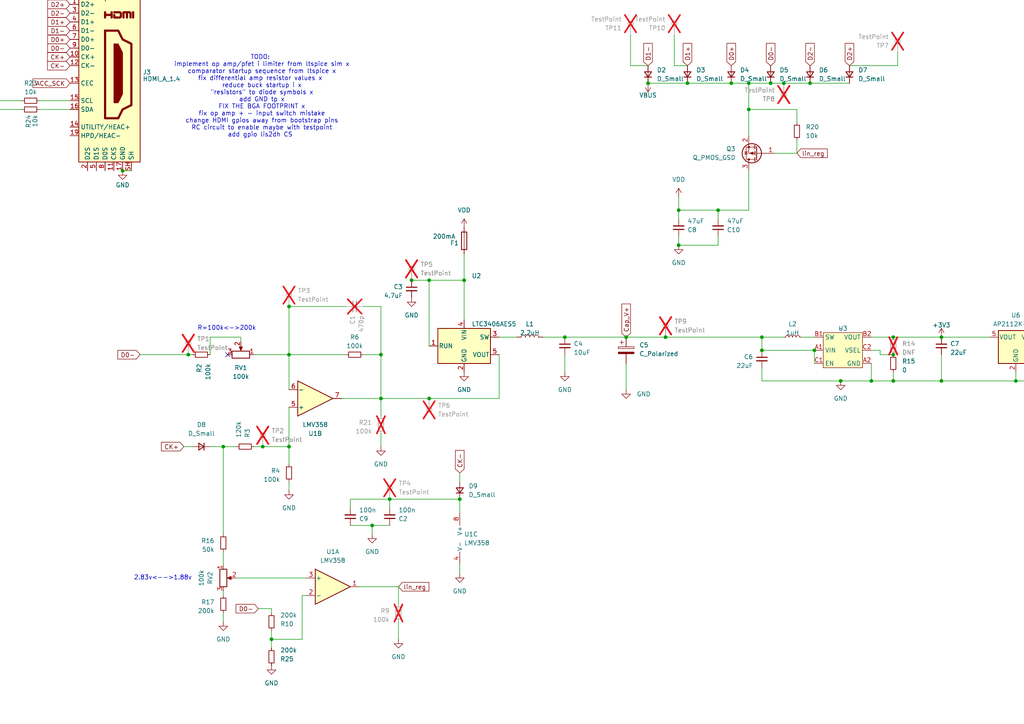
<source format=kicad_sch>
(kicad_sch (version 20231120) (generator "eeschema") (generator_version "8.0")
  (paper "A4")
  (lib_symbols
    (symbol "2023-11-07_05-46-56:TPS61299"
      (property "Reference" "U" (at 0 8.89 0))
      (symbol "TPS61299_1_1"
        (pin input line (at -7.62 0 0) (length 2.54) (name "VIN") (number "A1"))
        (pin input line (at 8.89 -3.81 180) (length 2.54) (name "GND") (number "A2"))
        (pin input line (at -7.62 3.81 0) (length 2.54) (name "SW") (number "B1"))
        (pin input line (at 8.89 3.81 180) (length 2.54) (name "VOUT") (number "B2"))
        (pin input line (at -7.62 -3.81 0) (length 2.54) (name "EN") (number "C1"))
        (pin input line (at 8.89 0 180) (length 2.54) (name "VSEL") (number "C2"))
      )
    )
    (symbol "Amplifier_Operational:LMV358" (pin_names (offset 0.127))
      (property "Reference" "U" (at 0 5.08 0))
      (property "Value" "LMV358" (at 0 -5.08 0))
      (symbol "LMV358_1_1"
        (pin output line (at 7.62 0 180) (length 2.54) (name "~") (number "1"))
        (pin input line (at -7.62 -2.54 0) (length 2.54) (name "-") (number "2"))
        (pin input line (at -7.62 2.54 0) (length 2.54) (name "+") (number "3"))
      )
      (symbol "LMV358_2_1"
        (pin input line (at -7.62 2.54 0) (length 2.54) (name "+") (number "5"))
        (pin input line (at -7.62 -2.54 0) (length 2.54) (name "-") (number "6"))
        (pin output line (at 7.62 0 180) (length 2.54) (name "~") (number "7"))
      )
      (symbol "LMV358_3_1"
        (pin power_in line (at -2.54 -7.62 90) (length 3.81) (name "V-") (number "4"))
        (pin power_in line (at -2.54 7.62 270) (length 3.81) (name "V+") (number "8"))
      )
    )
    (symbol "Connector:HDMI_A_1.4"
      (property "Reference" "J" (at -6.35 26.67 0))
      (property "Value" "HDMI_A_1.4" (at 10.16 26.67 0))
      (symbol "HDMI_A_1.4_1_1"
        (pin passive line (at -10.16 20.32 0) (length 2.54) (name "D2+") (number "1"))
        (pin passive line (at -10.16 5.08 0) (length 2.54) (name "CK+") (number "10"))
        (pin power_in line (at 2.54 -27.94 90) (length 2.54) (name "CKS") (number "11"))
        (pin passive line (at -10.16 2.54 0) (length 2.54) (name "CK-") (number "12"))
        (pin bidirectional line (at -10.16 -2.54 0) (length 2.54) (name "CEC") (number "13"))
        (pin passive line (at -10.16 -15.24 0) (length 2.54) (name "UTILITY/HEAC+") (number "14"))
        (pin passive line (at -10.16 -7.62 0) (length 2.54) (name "SCL") (number "15"))
        (pin bidirectional line (at -10.16 -10.16 0) (length 2.54) (name "SDA") (number "16"))
        (pin power_in line (at 5.08 -27.94 90) (length 2.54) (name "GND") (number "17"))
        (pin power_in line (at 0 27.94 270) (length 2.54) (name "+5V") (number "18"))
        (pin passive line (at -10.16 -17.78 0) (length 2.54) (name "HPD/HEAC-") (number "19"))
        (pin power_in line (at -5.08 -27.94 90) (length 2.54) (name "D2S") (number "2"))
        (pin passive line (at -10.16 17.78 0) (length 2.54) (name "D2-") (number "3"))
        (pin passive line (at -10.16 15.24 0) (length 2.54) (name "D1+") (number "4"))
        (pin power_in line (at -2.54 -27.94 90) (length 2.54) (name "D1S") (number "5"))
        (pin passive line (at -10.16 12.7 0) (length 2.54) (name "D1-") (number "6"))
        (pin passive line (at -10.16 10.16 0) (length 2.54) (name "D0+") (number "7"))
        (pin power_in line (at 0 -27.94 90) (length 2.54) (name "D0S") (number "8"))
        (pin passive line (at -10.16 7.62 0) (length 2.54) (name "D0-") (number "9"))
        (pin passive line (at 7.62 -27.94 90) (length 2.54) (name "SH") (number "SH"))
      )
    )
    (symbol "Connector:TestPoint" (pin_numbers hide) (pin_names (offset 0.762) hide)
      (property "Reference" "TP" (at 0 6.858 0))
      (property "Value" "TestPoint" (at 0 5.08 0))
      (symbol "TestPoint_1_1"
        (pin passive line (at 0 0 90) (length 2.54) (name "1") (number "1"))
      )
    )
    (symbol "Connector:USB_C_Receptacle" (pin_names (offset 1.016))
      (property "Reference" "J" (at -10.16 29.21 0))
      (property "Value" "USB_C_Receptacle" (at 10.16 29.21 0))
      (symbol "USB_C_Receptacle_1_1"
        (pin passive line (at 0 -40.64 90) (length 5.08) (name "GND") (number "A1"))
        (pin bidirectional line (at 15.24 -15.24 180) (length 5.08) (name "RX2-") (number "A10"))
        (pin bidirectional line (at 15.24 -17.78 180) (length 5.08) (name "RX2+") (number "A11"))
        (pin passive line (at 0 -40.64 90) (length 5.08) hide (name "GND") (number "A12"))
        (pin bidirectional line (at 15.24 -10.16 180) (length 5.08) (name "TX1+") (number "A2"))
        (pin bidirectional line (at 15.24 -7.62 180) (length 5.08) (name "TX1-") (number "A3"))
        (pin passive line (at 15.24 25.4 180) (length 5.08) (name "VBUS") (number "A4"))
        (pin bidirectional line (at 15.24 20.32 180) (length 5.08) (name "CC1") (number "A5"))
        (pin bidirectional line (at 15.24 7.62 180) (length 5.08) (name "D+") (number "A6"))
        (pin bidirectional line (at 15.24 12.7 180) (length 5.08) (name "D-") (number "A7"))
        (pin bidirectional line (at 15.24 -30.48 180) (length 5.08) (name "SBU1") (number "A8"))
        (pin passive line (at 15.24 25.4 180) (length 5.08) hide (name "VBUS") (number "A9"))
        (pin passive line (at 0 -40.64 90) (length 5.08) hide (name "GND") (number "B1"))
        (pin bidirectional line (at 15.24 0 180) (length 5.08) (name "RX1-") (number "B10"))
        (pin bidirectional line (at 15.24 -2.54 180) (length 5.08) (name "RX1+") (number "B11"))
        (pin passive line (at 0 -40.64 90) (length 5.08) hide (name "GND") (number "B12"))
        (pin bidirectional line (at 15.24 -25.4 180) (length 5.08) (name "TX2+") (number "B2"))
        (pin bidirectional line (at 15.24 -22.86 180) (length 5.08) (name "TX2-") (number "B3"))
        (pin passive line (at 15.24 25.4 180) (length 5.08) hide (name "VBUS") (number "B4"))
        (pin bidirectional line (at 15.24 17.78 180) (length 5.08) (name "CC2") (number "B5"))
        (pin bidirectional line (at 15.24 5.08 180) (length 5.08) (name "D+") (number "B6"))
        (pin bidirectional line (at 15.24 10.16 180) (length 5.08) (name "D-") (number "B7"))
        (pin bidirectional line (at 15.24 -33.02 180) (length 5.08) (name "SBU2") (number "B8"))
        (pin passive line (at 15.24 25.4 180) (length 5.08) hide (name "VBUS") (number "B9"))
        (pin passive line (at -7.62 -40.64 90) (length 5.08) (name "SHIELD") (number "S1"))
      )
    )
    (symbol "Connector_Generic_MountingPin:Conn_01x05_MountingPin" (pin_names (offset 1.016) hide)
      (property "Reference" "J" (at 0 7.62 0))
      (property "Value" "Conn_01x05_MountingPin" (at 1.27 -7.62 0))
      (symbol "Conn_01x05_MountingPin_1_1"
        (text "Mounting" (at 0 -6.731 0) (effects (font (size 0.381 0.381))))
        (pin passive line (at -5.08 5.08 0) (length 3.81) (name "Pin_1") (number "1"))
        (pin passive line (at -5.08 2.54 0) (length 3.81) (name "Pin_2") (number "2"))
        (pin passive line (at -5.08 0 0) (length 3.81) (name "Pin_3") (number "3"))
        (pin passive line (at -5.08 -2.54 0) (length 3.81) (name "Pin_4") (number "4"))
        (pin passive line (at -5.08 -5.08 0) (length 3.81) (name "Pin_5") (number "5"))
        (pin passive line (at 0 -10.16 90) (length 3.048) (name "MountPin") (number "MP"))
      )
    )
    (symbol "Device:Antenna_Chip" (pin_numbers hide) (pin_names (offset 1.016) hide)
      (property "Reference" "AE" (at 0 5.08 0))
      (property "Value" "Antenna_Chip" (at 0 3.175 0))
      (symbol "Antenna_Chip_1_1"
        (pin input line (at -2.54 -2.54 90) (length 2.54) (name "FEED") (number "1"))
        (pin passive line (at 2.54 -2.54 90) (length 2.54) (name "PCB_Trace") (number "2"))
      )
    )
    (symbol "Device:C_Polarized" (pin_numbers hide) (pin_names (offset 0.254))
      (property "Reference" "C" (at 0.635 2.54 0))
      (property "Value" "C_Polarized" (at 0.635 -2.54 0))
      (symbol "C_Polarized_1_1"
        (pin passive line (at 0 3.81 270) (length 2.794) (name "~") (number "1"))
        (pin passive line (at 0 -3.81 90) (length 2.794) (name "~") (number "2"))
      )
    )
    (symbol "Device:C_Small" (pin_numbers hide) (pin_names (offset 0.254) hide)
      (property "Reference" "C" (at 0.254 1.778 0))
      (property "Value" "C_Small" (at 0.254 -2.032 0))
      (symbol "C_Small_1_1"
        (pin passive line (at 0 2.54 270) (length 2.032) (name "~") (number "1"))
        (pin passive line (at 0 -2.54 90) (length 2.032) (name "~") (number "2"))
      )
    )
    (symbol "Device:Crystal_GND24" (pin_names (offset 1.016) hide)
      (property "Reference" "Y" (at 3.175 5.08 0))
      (property "Value" "Crystal_GND24" (at 3.175 3.175 0))
      (symbol "Crystal_GND24_1_1"
        (pin passive line (at -3.81 0 0) (length 1.27) (name "1") (number "1"))
        (pin passive line (at 0 5.08 270) (length 1.27) (name "2") (number "2"))
        (pin passive line (at 3.81 0 180) (length 1.27) (name "3") (number "3"))
        (pin passive line (at 0 -5.08 90) (length 1.27) (name "4") (number "4"))
      )
    )
    (symbol "Device:D_Small" (pin_numbers hide) (pin_names (offset 0.254) hide)
      (property "Reference" "D" (at -1.27 2.032 0))
      (property "Value" "D_Small" (at -3.81 -2.032 0))
      (symbol "D_Small_1_1"
        (pin passive line (at -2.54 0 0) (length 1.778) (name "K") (number "1"))
        (pin passive line (at 2.54 0 180) (length 1.778) (name "A") (number "2"))
      )
    )
    (symbol "Device:D_TVS" (pin_numbers hide) (pin_names (offset 1.016) hide)
      (property "Reference" "D" (at 0 2.54 0))
      (property "Value" "D_TVS" (at 0 -2.54 0))
      (symbol "D_TVS_1_1"
        (pin passive line (at -3.81 0 0) (length 2.54) (name "A1") (number "1"))
        (pin passive line (at 3.81 0 180) (length 2.54) (name "A2") (number "2"))
      )
    )
    (symbol "Device:Fuse" (pin_numbers hide) (pin_names (offset 0))
      (property "Reference" "F" (at 2.032 0 90))
      (property "Value" "Fuse" (at -1.905 0 90))
      (symbol "Fuse_1_1"
        (pin passive line (at 0 3.81 270) (length 1.27) (name "~") (number "1"))
        (pin passive line (at 0 -3.81 90) (length 1.27) (name "~") (number "2"))
      )
    )
    (symbol "Device:L" (pin_numbers hide) (pin_names (offset 1.016) hide)
      (property "Reference" "L" (at -1.27 0 90))
      (property "Value" "L" (at 1.905 0 90))
      (symbol "L_1_1"
        (pin passive line (at 0 3.81 270) (length 1.27) (name "1") (number "1"))
        (pin passive line (at 0 -3.81 90) (length 1.27) (name "2") (number "2"))
      )
    )
    (symbol "Device:LED" (pin_numbers hide) (pin_names (offset 1.016) hide)
      (property "Reference" "D" (at 0 2.54 0))
      (property "Value" "LED" (at 0 -2.54 0))
      (symbol "LED_1_1"
        (pin passive line (at -3.81 0 0) (length 2.54) (name "K") (number "1"))
        (pin passive line (at 3.81 0 180) (length 2.54) (name "A") (number "2"))
      )
    )
    (symbol "Device:L_Small" (pin_numbers hide) (pin_names (offset 0.254) hide)
      (property "Reference" "L" (at 0.762 1.016 0))
      (property "Value" "L_Small" (at 0.762 -1.016 0))
      (symbol "L_Small_1_1"
        (pin passive line (at 0 2.54 270) (length 0.508) (name "~") (number "1"))
        (pin passive line (at 0 -2.54 90) (length 0.508) (name "~") (number "2"))
      )
    )
    (symbol "Device:Q_PMOS_GSD" (pin_names (offset 0) hide)
      (property "Reference" "Q" (at 5.08 1.27 0))
      (property "Value" "Q_PMOS_GSD" (at 5.08 -1.27 0))
      (symbol "Q_PMOS_GSD_1_1"
        (pin input line (at -5.08 0 0) (length 2.54) (name "G") (number "1"))
        (pin passive line (at 2.54 -5.08 90) (length 2.54) (name "S") (number "2"))
        (pin passive line (at 2.54 5.08 270) (length 2.54) (name "D") (number "3"))
      )
    )
    (symbol "Device:RFShield_OnePiece" (pin_names (offset 1.016))
      (property "Reference" "J" (at 0 5.08 0))
      (property "Value" "RFShield_OnePiece" (at 0 2.54 0))
      (symbol "RFShield_OnePiece_1_1"
        (pin passive line (at 0 -10.16 90) (length 2.54) (name "Shield") (number "1"))
      )
    )
    (symbol "Device:R_Potentiometer" (pin_names (offset 1.016) hide)
      (property "Reference" "RV" (at -4.445 0 90))
      (property "Value" "R_Potentiometer" (at -2.54 0 90))
      (symbol "R_Potentiometer_1_1"
        (pin passive line (at 0 3.81 270) (length 1.27) (name "1") (number "1"))
        (pin passive line (at 3.81 0 180) (length 1.27) (name "2") (number "2"))
        (pin passive line (at 0 -3.81 90) (length 1.27) (name "3") (number "3"))
      )
    )
    (symbol "Device:R_Small" (pin_numbers hide) (pin_names (offset 0.254) hide)
      (property "Reference" "R" (at 0.762 0.508 0))
      (property "Value" "R_Small" (at 0.762 -1.016 0))
      (symbol "R_Small_1_1"
        (pin passive line (at 0 2.54 270) (length 0.762) (name "~") (number "1"))
        (pin passive line (at 0 -2.54 90) (length 0.762) (name "~") (number "2"))
      )
    )
    (symbol "ESP32-C3FH4:ESP32-C3FH4" (pin_names (offset 1.016))
      (property "Reference" "U" (at -17.78 33.782 0))
      (property "Value" "ESP32-C3FH4" (at -17.78 -38.862 0))
      (symbol "ESP32-C3FH4_0_0"
        (pin bidirectional line (at 22.86 -10.16 180) (length 5.08) (name "LNA_IN") (number "1"))
        (pin bidirectional line (at 22.86 7.62 180) (length 5.08) (name "MTDI") (number "10"))
        (pin power_in line (at 22.86 25.4 180) (length 5.08) (name "VDD3P3_RTC") (number "11"))
        (pin bidirectional line (at 22.86 5.08 180) (length 5.08) (name "MTCK") (number "12"))
        (pin bidirectional line (at 22.86 2.54 180) (length 5.08) (name "MTDO") (number "13"))
        (pin bidirectional line (at 22.86 -20.32 180) (length 5.08) (name "GPIO8") (number "14"))
        (pin bidirectional line (at 22.86 -22.86 180) (length 5.08) (name "GPIO9") (number "15"))
        (pin bidirectional line (at 22.86 -25.4 180) (length 5.08) (name "GPIO10") (number "16"))
        (pin power_in line (at 22.86 22.86 180) (length 5.08) (name "VDD3P3_CPU") (number "17"))
        (pin power_in line (at 22.86 20.32 180) (length 5.08) (name "VDD_SPI") (number "18"))
        (pin bidirectional line (at -22.86 -5.08 0) (length 5.08) (name "SPIHD") (number "19"))
        (pin power_in line (at 22.86 30.48 180) (length 5.08) (name "VDD3P3") (number "2"))
        (pin bidirectional line (at -22.86 -7.62 0) (length 5.08) (name "SPIWP") (number "20"))
        (pin bidirectional line (at -22.86 -10.16 0) (length 5.08) (name "SPICS0") (number "21"))
        (pin bidirectional line (at -22.86 -12.7 0) (length 5.08) (name "SPICLK") (number "22"))
        (pin bidirectional line (at -22.86 -15.24 0) (length 5.08) (name "SPID") (number "23"))
        (pin bidirectional line (at -22.86 -17.78 0) (length 5.08) (name "SPIQ") (number "24"))
        (pin bidirectional line (at 22.86 -27.94 180) (length 5.08) (name "GPIO18") (number "25"))
        (pin bidirectional line (at 22.86 -30.48 180) (length 5.08) (name "GPIO19") (number "26"))
        (pin bidirectional line (at 22.86 -2.54 180) (length 5.08) (name "U0RXD") (number "27"))
        (pin bidirectional line (at 22.86 -5.08 180) (length 5.08) (name "U0TXD") (number "28"))
        (pin output line (at -22.86 7.62 0) (length 5.08) (name "XTAL_N") (number "29"))
        (pin power_in line (at 22.86 27.94 180) (length 5.08) (name "VDD3P3__1") (number "3"))
        (pin input clock (at -22.86 10.16 0) (length 5.08) (name "XTAL_P") (number "30"))
        (pin power_in line (at 22.86 17.78 180) (length 5.08) (name "VDDA") (number "31"))
        (pin power_in line (at 22.86 15.24 180) (length 5.08) (name "VDDA__1") (number "32"))
        (pin power_in line (at 22.86 -35.56 180) (length 5.08) (name "GND") (number "33"))
        (pin bidirectional line (at -22.86 2.54 0) (length 5.08) (name "XTAL_32K_P") (number "4"))
        (pin bidirectional line (at -22.86 0 0) (length 5.08) (name "XTAL_32K_N") (number "5"))
        (pin bidirectional line (at 22.86 -15.24 180) (length 5.08) (name "GPIO2") (number "6"))
        (pin input line (at -22.86 15.24 0) (length 5.08) (name "CHIP_EN") (number "7"))
        (pin bidirectional line (at 22.86 -17.78 180) (length 5.08) (name "GPIO3") (number "8"))
        (pin bidirectional line (at 22.86 10.16 180) (length 5.08) (name "MTMS") (number "9"))
      )
    )
    (symbol "Regulator_Linear:AP2112K-3.3" (pin_names (offset 0.254))
      (property "Reference" "U" (at -5.08 5.715 0))
      (property "Value" "AP2112K-3.3" (at 0 5.715 0))
      (symbol "AP2112K-3.3_1_1"
        (pin power_in line (at -7.62 2.54 0) (length 2.54) (name "VIN") (number "1"))
        (pin power_in line (at 0 -7.62 90) (length 2.54) (name "GND") (number "2"))
        (pin input line (at -7.62 0 0) (length 2.54) (name "EN") (number "3"))
        (pin no_connect line (at 5.08 0 180) (length 2.54) hide (name "NC") (number "4"))
        (pin power_out line (at 7.62 2.54 180) (length 2.54) (name "VOUT") (number "5"))
      )
    )
    (symbol "Regulator_Switching:LTC3406AES5" (pin_names (offset 0.254))
      (property "Reference" "U" (at -6.35 6.35 0))
      (property "Value" "LTC3406AES5" (at 1.27 6.35 0))
      (symbol "LTC3406AES5_1_1"
        (pin input line (at -10.16 0 0) (length 2.54) (name "RUN") (number "1"))
        (pin power_in line (at 0 -7.62 90) (length 2.54) (name "GND") (number "2"))
        (pin output line (at 10.16 2.54 180) (length 2.54) (name "SW") (number "3"))
        (pin power_in line (at 0 7.62 270) (length 2.54) (name "VIN") (number "4"))
        (pin power_out line (at 10.16 -2.54 180) (length 2.54) (name "VOUT") (number "5"))
      )
    )
    (symbol "Sensor_Motion:LIS2DE12"
      (property "Reference" "U" (at -5.08 11.43 0))
      (property "Value" "LIS2DE12" (at 3.81 11.43 0))
      (symbol "LIS2DE12_1_1"
        (pin input line (at -10.16 -2.54 0) (length 2.54) (name "SCL/SPC") (number "1"))
        (pin power_in line (at 2.54 12.7 270) (length 2.54) (name "Vdd_IO") (number "10"))
        (pin output line (at 12.7 0 180) (length 2.54) (name "INT2") (number "11"))
        (pin output line (at 12.7 2.54 180) (length 2.54) (name "INT1") (number "12"))
        (pin input line (at -10.16 5.08 0) (length 2.54) (name "~{CS}") (number "2"))
        (pin bidirectional line (at -10.16 0 0) (length 2.54) (name "SA0/SDO") (number "3"))
        (pin bidirectional line (at -10.16 2.54 0) (length 2.54) (name "SDA/SDI") (number "4"))
        (pin passive line (at 12.7 -7.62 180) (length 2.54) (name "RES") (number "5"))
        (pin power_in line (at 0 -12.7 90) (length 2.54) (name "GND") (number "6"))
        (pin passive line (at 0 -12.7 90) (length 2.54) hide (name "GND") (number "7"))
        (pin passive line (at 0 -12.7 90) (length 2.54) hide (name "GND") (number "8"))
        (pin power_in line (at 0 12.7 270) (length 2.54) (name "Vdd") (number "9"))
      )
    )
    (symbol "Switch:SW_SPST" (pin_names (offset 0) hide)
      (property "Reference" "SW" (at 0 3.175 0))
      (property "Value" "SW_SPST" (at 0 -2.54 0))
      (symbol "SW_SPST_1_1"
        (pin passive line (at -5.08 0 0) (length 2.54) (name "A") (number "1"))
        (pin passive line (at 5.08 0 180) (length 2.54) (name "B") (number "2"))
      )
    )
    (symbol "power:+3V3" (power) (pin_names (offset 0))
      (property "Value" "+3V3" (at 0 3.556 0))
      (symbol "+3V3_1_1"
        (pin power_in line (at 0 0 90) (length 0) hide (name "+3V3") (number "1"))
      )
    )
    (symbol "power:+5V" (power) (pin_numbers hide) (pin_names (offset 0) hide)
      (property "Value" "+5V" (at 0 3.556 0))
      (symbol "+5V_1_1"
        (pin power_in line (at 0 0 90) (length 0) (name "~") (number "1"))
      )
    )
    (symbol "power:GND" (power) (pin_names (offset 0))
      (property "Value" "GND" (at 0 -3.81 0))
      (symbol "GND_1_1"
        (pin power_in line (at 0 0 270) (length 0) hide (name "GND") (number "1"))
      )
    )
    (symbol "power:VBUS" (power) (pin_names (offset 0))
      (property "Value" "VBUS" (at 0 3.81 0))
      (symbol "VBUS_1_1"
        (pin power_in line (at 0 0 90) (length 0) hide (name "VBUS") (number "1"))
      )
    )
    (symbol "power:VDD" (power) (pin_numbers hide) (pin_names (offset 0) hide)
      (property "Value" "VDD" (at 0 3.556 0))
      (symbol "VDD_1_1"
        (pin power_in line (at 0 0 90) (length 0) (name "~") (number "1"))
      )
    )
  )
  (junction (at 598.17 78.74))
  (junction (at 35.56 49.53))
  (junction (at 187.96 24.13))
  (junction (at 124.46 81.28))
  (junction (at 220.98 101.6))
  (junction (at 124.46 115.57))
  (junction (at 83.82 129.54))
  (junction (at 259.08 97.79))
  (junction (at 302.26 97.79))
  (junction (at 529.59 111.76))
  (junction (at 562.61 106.68))
  (junction (at 367.03 72.39))
  (junction (at 529.59 106.68))
  (junction (at 252.73 110.49))
  (junction (at 551.18 106.68))
  (junction (at 529.59 15.24))
  (junction (at 448.31 33.02))
  (junction (at 54.61 102.87))
  (junction (at 588.01 86.36))
  (junction (at 217.17 24.13))
  (junction (at 605.79 143.51))
  (junction (at 574.04 166.37))
  (junction (at 133.35 144.78))
  (junction (at 495.3 135.89))
  (junction (at 529.59 25.4))
  (junction (at 236.22 101.6))
  (junction (at 243.84 110.49))
  (junction (at 217.17 31.75))
  (junction (at 539.75 106.68))
  (junction (at 552.45 15.24))
  (junction (at 76.2 129.54))
  (junction (at 119.38 81.28))
  (junction (at 110.49 102.87))
  (junction (at 571.5 55.88))
  (junction (at 163.83 97.79))
  (junction (at 529.59 27.94))
  (junction (at 208.28 60.96))
  (junction (at 459.74 11.43))
  (junction (at 110.49 115.57))
  (junction (at 212.09 24.13))
  (junction (at 83.82 102.87))
  (junction (at 539.75 111.76))
  (junction (at 259.08 102.87))
  (junction (at 562.61 111.76))
  (junction (at 181.61 97.79))
  (junction (at 196.85 71.12))
  (junction (at 107.95 152.4))
  (junction (at 193.04 97.79))
  (junction (at 234.95 24.13))
  (junction (at 481.33 171.45))
  (junction (at 495.3 171.45))
  (junction (at 553.72 153.67))
  (junction (at 468.63 139.7))
  (junction (at 553.72 148.59))
  (junction (at 220.98 97.79))
  (junction (at 534.67 201.93))
  (junction (at 113.03 144.78))
  (junction (at 468.63 171.45))
  (junction (at 199.39 24.13))
  (junction (at 223.52 24.13))
  (junction (at 294.64 110.49))
  (junction (at 546.1 20.32))
  (junction (at 196.85 60.96))
  (junction (at 322.58 78.74))
  (junction (at 468.63 135.89))
  (junction (at 78.74 185.42))
  (junction (at 551.18 111.76))
  (junction (at 577.85 60.96))
  (junction (at 529.59 24.13))
  (junction (at 455.93 38.1))
  (junction (at 584.2 55.88))
  (junction (at 227.33 24.13))
  (junction (at 273.05 97.79))
  (junction (at 463.55 33.02))
  (junction (at 64.77 129.54))
  (junction (at 529.59 22.86))
  (junction (at 463.55 27.94))
  (junction (at 273.05 110.49))
  (junction (at 259.08 110.49))
  (junction (at 134.62 81.28))
  (junction (at 83.82 88.9))
  (junction (at 539.75 15.24))
  (junction (at 311.15 97.79))
  (no_connect (at 66.04 102.87))
  (wire (pts (xy 105.41 102.87) (xy 110.49 102.87)))
  (wire (pts (xy 208.28 71.12) (xy 196.85 71.12)))
  (wire (pts (xy 182.88 19.05) (xy 182.88 10.16)))
  (wire (pts (xy 529.59 27.94) (xy 529.59 30.48)))
  (wire (pts (xy 553.72 148.59) (xy 581.66 148.59)))
  (wire (pts (xy 220.98 106.68) (xy 220.98 110.49)))
  (wire (pts (xy 105.41 88.9) (xy 110.49 88.9)))
  (wire (pts (xy 68.58 167.64) (xy 88.9 167.64)))
  (wire (pts (xy 196.85 60.96) (xy 208.28 60.96)))
  (wire (pts (xy 481.33 171.45) (xy 481.33 160.02)))
  (wire (pts (xy 529.59 24.13) (xy 533.4 24.13)))
  (wire (pts (xy 461.01 33.02) (xy 463.55 33.02)))
  (wire (pts (xy 110.49 102.87) (xy 110.49 115.57)))
  (wire (pts (xy 217.17 24.13) (xy 223.52 24.13)))
  (wire (pts (xy 227.33 24.13) (xy 234.95 24.13)))
  (wire (pts (xy 246.38 19.05) (xy 260.35 19.05)))
  (wire (pts (xy 438.15 33.02) (xy 448.31 33.02)))
  (wire (pts (xy 553.72 135.89) (xy 574.04 135.89)))
  (wire (pts (xy 468.63 135.89) (xy 495.3 135.89)))
  (wire (pts (xy -15.24 31.75) (xy 6.35 31.75)))
  (wire (pts (xy 69.85 97.79) (xy 69.85 99.06)))
  (wire (pts (xy 255.27 101.6) (xy 255.27 102.87)))
  (wire (pts (xy 64.77 129.54) (xy 64.77 154.94)))
  (wire (pts (xy 529.59 25.4) (xy 529.59 27.94)))
  (wire (pts (xy 133.35 148.59) (xy 133.35 144.78)))
  (wire (pts (xy 181.61 105.41) (xy 181.61 113.03)))
  (wire (pts (xy 441.96 11.43) (xy 450.85 11.43)))
  (wire (pts (xy 553.72 153.67) (xy 566.42 153.67)))
  (wire (pts (xy 571.5 60.96) (xy 577.85 60.96)))
  (wire (pts (xy 577.85 60.96) (xy 584.2 60.96)))
  (wire (pts (xy 101.6 144.78) (xy 113.03 144.78)))
  (wire (pts (xy 231.14 40.64) (xy 231.14 44.45)))
  (wire (pts (xy 78.74 182.88) (xy 78.74 185.42)))
  (wire (pts (xy 302.26 97.79) (xy 302.26 100.33)))
  (wire (pts (xy 110.49 115.57) (xy 110.49 120.65)))
  (wire (pts (xy 163.83 97.79) (xy 181.61 97.79)))
  (wire (pts (xy 539.75 15.24) (xy 543.56 15.24)))
  (wire (pts (xy 182.88 19.05) (xy 187.96 19.05)))
  (wire (pts (xy 553.72 140.97) (xy 593.09 140.97)))
  (wire (pts (xy 217.17 31.75) (xy 217.17 39.37)))
  (wire (pts (xy 506.73 171.45) (xy 506.73 153.67)))
  (wire (pts (xy 332.74 73.66) (xy 332.74 71.12)))
  (wire (pts (xy 83.82 129.54) (xy 83.82 134.62)))
  (wire (pts (xy 243.84 110.49) (xy 252.73 110.49)))
  (wire (pts (xy 294.64 110.49) (xy 294.64 107.95)))
  (wire (pts (xy 350.52 72.39) (xy 350.52 74.93)))
  (wire (pts (xy 78.74 177.8) (xy 78.74 176.53)))
  (wire (pts (xy 64.77 177.8) (xy 64.77 180.34)))
  (wire (pts (xy 553.72 148.59) (xy 553.72 151.13)))
  (wire (pts (xy 60.96 102.87) (xy 60.96 97.79)))
  (wire (pts (xy 581.66 148.59) (xy 581.66 158.75)))
  (wire (pts (xy 231.14 31.75) (xy 217.17 31.75)))
  (wire (pts (xy 115.57 170.18) (xy 115.57 175.26)))
  (wire (pts (xy 459.74 11.43) (xy 481.33 11.43)))
  (wire (pts (xy 455.93 11.43) (xy 459.74 11.43)))
  (wire (pts (xy 463.55 27.94) (xy 472.44 27.94)))
  (wire (pts (xy -15.24 29.21) (xy 6.35 29.21)))
  (wire (pts (xy 113.03 144.78) (xy 133.35 144.78)))
  (wire (pts (xy 588.01 86.36) (xy 598.17 86.36)))
  (wire (pts (xy 259.08 110.49) (xy 252.73 110.49)))
  (wire (pts (xy 87.63 185.42) (xy 87.63 172.72)))
  (wire (pts (xy 78.74 176.53) (xy 74.93 176.53)))
  (wire (pts (xy 588.01 83.82) (xy 588.01 86.36)))
  (wire (pts (xy 223.52 24.13) (xy 227.33 24.13)))
  (wire (pts (xy 231.14 35.56) (xy 231.14 31.75)))
  (wire (pts (xy 199.39 24.13) (xy 212.09 24.13)))
  (wire (pts (xy 119.38 81.28) (xy 124.46 81.28)))
  (wire (pts (xy 107.95 152.4) (xy 113.03 152.4)))
  (wire (pts (xy 83.82 118.11) (xy 83.82 129.54)))
  (wire (pts (xy 193.04 97.79) (xy 220.98 97.79)))
  (wire (pts (xy 468.63 171.45) (xy 468.63 165.1)))
  (wire (pts (xy 534.67 201.93) (xy 538.48 201.93)))
  (wire (pts (xy 259.08 110.49) (xy 259.08 107.95)))
  (wire (pts (xy 455.93 38.1) (xy 455.93 36.83)))
  (wire (pts (xy 312.42 73.66) (xy 312.42 71.12)))
  (wire (pts (xy 83.82 139.7) (xy 83.82 142.24)))
  (wire (pts (xy 468.63 139.7) (xy 471.17 139.7)))
  (wire (pts (xy 539.75 106.68) (xy 551.18 106.68)))
  (wire (pts (xy 311.15 97.79) (xy 302.26 97.79)))
  (wire (pts (xy 11.43 31.75) (xy 20.32 31.75)))
  (wire (pts (xy 588.01 86.36) (xy 586.74 86.36)))
  (wire (pts (xy 448.31 33.02) (xy 450.85 33.02)))
  (wire (pts (xy 101.6 144.78) (xy 101.6 147.32)))
  (wire (pts (xy 553.72 143.51) (xy 593.09 143.51)))
  (wire (pts (xy 35.56 49.53) (xy 38.1 49.53)))
  (wire (pts (xy 115.57 180.34) (xy 115.57 185.42)))
  (wire (pts (xy 220.98 97.79) (xy 227.33 97.79)))
  (wire (pts (xy 73.66 129.54) (xy 76.2 129.54)))
  (wire (pts (xy 312.42 78.74) (xy 322.58 78.74)))
  (wire (pts (xy 468.63 171.45) (xy 481.33 171.45)))
  (wire (pts (xy 455.93 27.94) (xy 455.93 29.21)))
  (wire (pts (xy 287.02 97.79) (xy 273.05 97.79)))
  (wire (pts (xy 273.05 110.49) (xy 294.64 110.49)))
  (wire (pts (xy 455.93 38.1) (xy 483.87 38.1)))
  (wire (pts (xy 311.15 110.49) (xy 294.64 110.49)))
  (wire (pts (xy 311.15 97.79) (xy 311.15 101.6)))
  (wire (pts (xy 566.42 166.37) (xy 574.04 166.37)))
  (wire (pts (xy 260.35 15.24) (xy 260.35 19.05)))
  (wire (pts (xy 64.77 160.02) (xy 64.77 163.83)))
  (wire (pts (xy 199.39 19.05) (xy 195.58 19.05)))
  (wire (pts (xy 605.79 143.51) (xy 605.79 149.86)))
  (wire (pts (xy 605.79 140.97) (xy 605.79 143.51)))
  (wire (pts (xy 551.18 111.76) (xy 562.61 111.76)))
  (wire (pts (xy 220.98 97.79) (xy 220.98 101.6)))
  (wire (pts (xy 529.59 55.88) (xy 571.5 55.88)))
  (wire (pts (xy 529.59 15.24) (xy 529.59 17.78)))
  (wire (pts (xy 562.61 106.68) (xy 574.04 106.68)))
  (wire (pts (xy 60.96 97.79) (xy 69.85 97.79)))
  (wire (pts (xy 598.17 140.97) (xy 605.79 140.97)))
  (wire (pts (xy 584.2 55.88) (xy 596.9 55.88)))
  (wire (pts (xy 252.73 110.49) (xy 252.73 105.41)))
  (wire (pts (xy 562.61 111.76) (xy 574.04 111.76)))
  (wire (pts (xy 196.85 71.12) (xy 196.85 68.58)))
  (wire (pts (xy 78.74 185.42) (xy 87.63 185.42)))
  (wire (pts (xy 472.44 34.29) (xy 483.87 34.29)))
  (wire (pts (xy 529.59 22.86) (xy 529.59 24.13)))
  (wire (pts (xy 220.98 101.6) (xy 236.22 101.6)))
  (wire (pts (xy 232.41 97.79) (xy 236.22 97.79)))
  (wire (pts (xy 481.33 171.45) (xy 495.3 171.45)))
  (wire (pts (xy 483.87 34.29) (xy 483.87 35.56)))
  (wire (pts (xy 367.03 72.39) (xy 379.73 72.39)))
  (wire (pts (xy 104.14 170.18) (xy 115.57 170.18)))
  (wire (pts (xy 134.62 81.28) (xy 134.62 92.71)))
  (wire (pts (xy 529.59 15.24) (xy 539.75 15.24)))
  (wire (pts (xy 110.49 115.57) (xy 124.46 115.57)))
  (wire (pts (xy 60.96 129.54) (xy 64.77 129.54)))
  (wire (pts (xy 110.49 125.73) (xy 110.49 129.54)))
  (wire (pts (xy 124.46 115.57) (xy 144.78 115.57)))
  (wire (pts (xy 144.78 102.87) (xy 144.78 115.57)))
  (wire (pts (xy 539.75 20.32) (xy 546.1 20.32)))
  (wire (pts (xy 259.08 97.79) (xy 273.05 97.79)))
  (wire (pts (xy 124.46 81.28) (xy 124.46 100.33)))
  (wire (pts (xy 100.33 88.9) (xy 83.82 88.9)))
  (wire (pts (xy 605.79 143.51) (xy 598.17 143.51)))
  (wire (pts (xy 529.59 111.76) (xy 539.75 111.76)))
  (wire (pts (xy 187.96 24.13) (xy 199.39 24.13)))
  (wire (pts (xy 448.31 38.1) (xy 455.93 38.1)))
  (wire (pts (xy 529.59 20.32) (xy 529.59 22.86)))
  (wire (pts (xy 367.03 69.85) (xy 367.03 72.39)))
  (wire (pts (xy 322.58 73.66) (xy 322.58 71.12)))
  (wire (pts (xy 113.03 144.78) (xy 113.03 147.32)))
  (wire (pts (xy 224.79 44.45) (xy 231.14 44.45)))
  (wire (pts (xy 55.88 129.54) (xy 53.34 129.54)))
  (wire (pts (xy 11.43 29.21) (xy 20.32 29.21)))
  (wire (pts (xy 99.06 115.57) (xy 110.49 115.57)))
  (wire (pts (xy 83.82 102.87) (xy 83.82 113.03)))
  (wire (pts (xy 78.74 185.42) (xy 78.74 187.96)))
  (wire (pts (xy 574.04 166.37) (xy 581.66 166.37)))
  (wire (pts (xy 133.35 139.7) (xy 133.35 137.16)))
  (wire (pts (xy 236.22 101.6) (xy 236.22 105.41)))
  (wire (pts (xy 481.33 30.48) (xy 483.87 30.48)))
  (wire (pts (xy 551.18 106.68) (xy 562.61 106.68)))
  (wire (pts (xy 64.77 129.54) (xy 68.58 129.54)))
  (wire (pts (xy 481.33 11.43) (xy 481.33 30.48)))
  (wire (pts (xy 553.72 153.67) (xy 553.72 156.21)))
  (wire (pts (xy 322.58 81.28) (xy 322.58 78.74)))
  (wire (pts (xy 134.62 73.66) (xy 134.62 81.28)))
  (wire (pts (xy 548.64 15.24) (xy 552.45 15.24)))
  (wire (pts (xy 157.48 97.79) (xy 163.83 97.79)))
  (wire (pts (xy 163.83 102.87) (xy 163.83 107.95)))
  (wire (pts (xy 588.01 78.74) (xy 598.17 78.74)))
  (wire (pts (xy 64.77 172.72) (xy 64.77 171.45)))
  (wire (pts (xy 196.85 57.15) (xy 196.85 60.96)))
  (wire (pts (xy 101.6 152.4) (xy 107.95 152.4)))
  (wire (pts (xy 208.28 68.58) (xy 208.28 71.12)))
  (wire (pts (xy 273.05 102.87) (xy 273.05 110.49)))
  (wire (pts (xy 577.85 60.96) (xy 577.85 62.23)))
  (wire (pts (xy 212.09 24.13) (xy 217.17 24.13)))
  (wire (pts (xy 455.93 27.94) (xy 463.55 27.94)))
  (wire (pts (xy 571.5 55.88) (xy 575.31 55.88)))
  (wire (pts (xy 546.1 20.32) (xy 552.45 20.32)))
  (wire (pts (xy 196.85 60.96) (xy 196.85 63.5)))
  (wire (pts (xy 529.59 24.13) (xy 529.59 25.4)))
  (wire (pts (xy 76.2 129.54) (xy 83.82 129.54)))
  (wire (pts (xy 468.63 135.89) (xy 468.63 139.7)))
  (wire (pts (xy 354.33 72.39) (xy 350.52 72.39)))
  (wire (pts (xy 252.73 101.6) (xy 255.27 101.6)))
  (wire (pts (xy 133.35 163.83) (xy 133.35 166.37)))
  (wire (pts (xy 195.58 10.16) (xy 195.58 19.05)))
  (wire (pts (xy 534.67 201.93) (xy 530.86 201.93)))
  (wire (pts (xy 40.64 102.87) (xy 54.61 102.87)))
  (wire (pts (xy 217.17 24.13) (xy 217.17 31.75)))
  (wire (pts (xy 322.58 78.74) (xy 332.74 78.74)))
  (wire (pts (xy 107.95 152.4) (xy 107.95 154.94)))
  (wire (pts (xy 580.39 55.88) (xy 584.2 55.88)))
  (wire (pts (xy 566.42 153.67) (xy 566.42 158.75)))
  (wire (pts (xy 495.3 135.89) (xy 506.73 135.89)))
  (wire (pts (xy 311.15 106.68) (xy 311.15 110.49)))
  (wire (pts (xy 252.73 97.79) (xy 259.08 97.79)))
  (wire (pts (xy 87.63 172.72) (xy 88.9 172.72)))
  (wire (pts (xy 73.66 102.87) (xy 83.82 102.87)))
  (wire (pts (xy 208.28 60.96) (xy 208.28 63.5)))
  (wire (pts (xy 83.82 88.9) (xy 83.82 102.87)))
  (wire (pts (xy 495.3 171.45) (xy 506.73 171.45)))
  (wire (pts (xy 472.44 27.94) (xy 472.44 34.29)))
  (wire (pts (xy 110.49 88.9) (xy 110.49 102.87)))
  (wire (pts (xy 495.3 135.89) (xy 495.3 148.59)))
  (wire (pts (xy 273.05 110.49) (xy 259.08 110.49)))
  (wire (pts (xy 83.82 102.87) (xy 100.33 102.87)))
  (wire (pts (xy 529.59 106.68) (xy 539.75 106.68)))
  (wire (pts (xy 54.61 102.87) (xy 55.88 102.87)))
  (wire (pts (xy 234.95 24.13) (xy 246.38 24.13)))
  (wire (pts (xy 367.03 62.23) (xy 367.03 64.77)))
  (wire (pts (xy 124.46 81.28) (xy 134.62 81.28)))
  (wire (pts (xy 534.67 204.47) (xy 534.67 201.93)))
  (wire (pts (xy 217.17 49.53) (xy 217.17 60.96)))
  (wire (pts (xy 367.03 72.39) (xy 364.49 72.39)))
  (wire (pts (xy 255.27 102.87) (xy 259.08 102.87)))
  (wire (pts (xy 208.28 60.96) (xy 217.17 60.96)))
  (wire (pts (xy 495.3 153.67) (xy 495.3 171.45)))
  (wire (pts (xy 506.73 135.89) (xy 506.73 148.59)))
  (wire (pts (xy 220.98 110.49) (xy 243.84 110.49)))
  (wire (pts (xy 181.61 97.79) (xy 193.04 97.79)))
  (wire (pts (xy 539.75 111.76) (xy 551.18 111.76)))
  (wire (pts (xy 144.78 97.79) (xy 149.86 97.79)))
  (rectangle (start 402.59 151.13) (end 407.67 158.75))
  (text_box "GPIO18: USB D-\nGPIO19: USB D+\nGPIO10: HDMI CEC\nGPIO9: ON DEBUG CONNECTOR WITH PULLUP + ACC SERIAL CLOCK\nGPIO8: ACC CS WITH PULLUP\nGPIO3: HDMI SCL + USER LED 3\nGPIO2: ACC INTERRUPT 1 WITH PULLUP\nU0RXD: ON DEBUG CONNECTOR + USER LED 1\nU0TXD: ON DEBUG CONNECTOR + USER LED 2\nMTDO: ACC MISO\nMTCK: ACC MOSI\nMTDI: ACC INTERRUPT 2\nMTMS: HDMI SDA\nXTAL_32K_P: ADC CAP INPUT\nXTAL_32K_N: USER SWITCH 1\n" (at 400.05 54.61 0) (size 64.77 57.15) (effects (font (size 1.27 1.27)) (justify left top)))
  (text_box "Important GPIO2 pullup" (at 388.62 151.13 0) (size 13.97 7.62) (effects (font (size 1.27 1.27)) (justify left top)))
  (text "2.83v<-->1.88v" (at 47.244 167.64 0) (effects (font (size 1.27 1.27))))
  (text "R=100k<->200k" (at 65.786 95.25 0) (effects (font (size 1.27 1.27))))
  (text "TODO: \nimplement op amp/pfet i limiter from ltspice sim x\ncomparator startup sequence from ltspice x\nfix differential amp resistor values x \nreduce buck startup i x\n\"resistors\" to diode symbols x\nadd GND tp x\nFIX THE BGA FOOTPRINT x\nfix op amp + - input switch mistake\nchange HDMI gpios away from bootstrap pins\nRC circuit to enable maybe with testpoint\nadd gpio lis2dh CS " (at 75.946 27.94 0) (effects (font (size 1.27 1.27))))
  (global_label "RXD" (shape input) (at 598.17 83.82 180) (property "Intersheetrefs" "${INTERSHEET_REFS}" (effects (hide yes))))
  (global_label "CK-" (shape input) (at 133.35 137.16 90) (property "Intersheetrefs" "${INTERSHEET_REFS}" (effects (hide yes))))
  (global_label "D1-" (shape input) (at 187.96 19.05 90) (property "Intersheetrefs" "${INTERSHEET_REFS}" (effects (hide yes))))
  (global_label "ACC_MISO" (shape input) (at 458.47 152.4 180) (property "Intersheetrefs" "${INTERSHEET_REFS}" (effects (hide yes))))
  (global_label "GPIO8" (shape input) (at 529.59 66.04 0) (property "Intersheetrefs" "${INTERSHEET_REFS}" (effects (hide yes))))
  (global_label "CK-" (shape input) (at 20.32 19.05 180) (property "Intersheetrefs" "${INTERSHEET_REFS}" (effects (hide yes))))
  (global_label "GPIO8" (shape input) (at 458.47 147.32 180) (property "Intersheetrefs" "${INTERSHEET_REFS}" (effects (hide yes))))
  (global_label "ACC_INT1" (shape input) (at -15.24 31.75 180) (property "Intersheetrefs" "${INTERSHEET_REFS}" (effects (hide yes))))
  (global_label "Cap_V+" (shape input) (at 483.87 43.18 180) (property "Intersheetrefs" "${INTERSHEET_REFS}" (effects (hide yes))))
  (global_label "ACC_MOSI" (shape input) (at 529.59 40.64 0) (property "Intersheetrefs" "${INTERSHEET_REFS}" (effects (hide yes))))
  (global_label "RXD" (shape input) (at 312.42 63.5 90) (property "Intersheetrefs" "${INTERSHEET_REFS}" (effects (hide yes))))
  (global_label "A_D+" (shape input) (at 566.42 153.67 0) (property "Intersheetrefs" "${INTERSHEET_REFS}" (effects (hide yes))))
  (global_label "User_LED3" (shape input) (at 332.74 63.5 90) (property "Intersheetrefs" "${INTERSHEET_REFS}" (effects (hide yes))))
  (global_label "User_LED3" (shape input) (at 529.59 63.5 0) (property "Intersheetrefs" "${INTERSHEET_REFS}" (effects (hide yes))))
  (global_label "User_SW1" (shape input) (at 483.87 45.72 180) (property "Intersheetrefs" "${INTERSHEET_REFS}" (effects (hide yes))))
  (global_label "D1+" (shape input) (at 20.32 6.35 180) (property "Intersheetrefs" "${INTERSHEET_REFS}" (effects (hide yes))))
  (global_label "GPIO2" (shape input) (at 405.13 158.75 270) (property "Intersheetrefs" "${INTERSHEET_REFS}" (effects (hide yes))))
  (global_label "CK+" (shape input) (at 20.32 16.51 180) (property "Intersheetrefs" "${INTERSHEET_REFS}" (effects (hide yes))))
  (global_label "User_SW1" (shape input) (at 379.73 72.39 0) (property "Intersheetrefs" "${INTERSHEET_REFS}" (effects (hide yes))))
  (global_label "lin_reg" (shape input) (at 115.57 170.18 0) (property "Intersheetrefs" "${INTERSHEET_REFS}" (effects (hide yes))))
  (global_label "D2-" (shape input) (at 20.32 3.81 180) (property "Intersheetrefs" "${INTERSHEET_REFS}" (effects (hide yes))))
  (global_label "User_LED3" (shape input) (at -15.24 29.21 180) (property "Intersheetrefs" "${INTERSHEET_REFS}" (effects (hide yes))))
  (global_label "D2+" (shape input) (at 20.32 1.27 180) (property "Intersheetrefs" "${INTERSHEET_REFS}" (effects (hide yes))))
  (global_label "D1-" (shape input) (at 20.32 8.89 180) (property "Intersheetrefs" "${INTERSHEET_REFS}" (effects (hide yes))))
  (global_label "D0-" (shape input) (at 40.64 102.87 180) (property "Intersheetrefs" "${INTERSHEET_REFS}" (effects (hide yes))))
  (global_label "CK+" (shape input) (at 53.34 129.54 180) (property "Intersheetrefs" "${INTERSHEET_REFS}" (effects (hide yes))))
  (global_label "D0-" (shape input) (at 74.93 176.53 180) (property "Intersheetrefs" "${INTERSHEET_REFS}" (effects (hide yes))))
  (global_label "ACC_MOSI" (shape input) (at 458.47 149.86 180) (property "Intersheetrefs" "${INTERSHEET_REFS}" (effects (hide yes))))
  (global_label "A_D+" (shape input) (at 529.59 76.2 0) (property "Intersheetrefs" "${INTERSHEET_REFS}" (effects (hide yes))))
  (global_label "ACC_INT2" (shape input) (at 481.33 152.4 0) (property "Intersheetrefs" "${INTERSHEET_REFS}" (effects (hide yes))))
  (global_label "A_D-" (shape input) (at 581.66 148.59 0) (property "Intersheetrefs" "${INTERSHEET_REFS}" (effects (hide yes))))
  (global_label "ACC_SCK" (shape input) (at 20.32 24.13 180) (property "Intersheetrefs" "${INTERSHEET_REFS}" (effects (hide yes))))
  (global_label "Cap_V+" (shape input) (at 181.61 97.79 90) (property "Intersheetrefs" "${INTERSHEET_REFS}" (effects (hide yes))))
  (global_label "D1+" (shape input) (at 199.39 19.05 90) (property "Intersheetrefs" "${INTERSHEET_REFS}" (effects (hide yes))))
  (global_label "ACC_MISO" (shape input) (at 529.59 43.18 0) (property "Intersheetrefs" "${INTERSHEET_REFS}" (effects (hide yes))))
  (global_label "ACC_INT2" (shape input) (at 529.59 38.1 0) (property "Intersheetrefs" "${INTERSHEET_REFS}" (effects (hide yes))))
  (global_label "GPIO9" (shape input) (at 458.47 154.94 180) (property "Intersheetrefs" "${INTERSHEET_REFS}" (effects (hide yes))))
  (global_label "ACC_SCK" (shape input) (at 529.59 71.12 0) (property "Intersheetrefs" "${INTERSHEET_REFS}" (effects (hide yes))))
  (global_label "GPIO9" (shape input) (at 529.59 68.58 0) (property "Intersheetrefs" "${INTERSHEET_REFS}" (effects (hide yes))))
  (global_label "TXD" (shape input) (at 322.58 63.5 90) (property "Intersheetrefs" "${INTERSHEET_REFS}" (effects (hide yes))))
  (global_label "A_D-" (shape input) (at 529.59 73.66 0) (property "Intersheetrefs" "${INTERSHEET_REFS}" (effects (hide yes))))
  (global_label "RXD" (shape input) (at 529.59 48.26 0) (property "Intersheetrefs" "${INTERSHEET_REFS}" (effects (hide yes))))
  (global_label "D0-" (shape input) (at 223.52 19.05 90) (property "Intersheetrefs" "${INTERSHEET_REFS}" (effects (hide yes))))
  (global_label "ACC_INT1" (shape input) (at 529.59 35.56 0) (property "Intersheetrefs" "${INTERSHEET_REFS}" (effects (hide yes))))
  (global_label "GPIO9" (shape input) (at 586.74 86.36 180) (property "Intersheetrefs" "${INTERSHEET_REFS}" (effects (hide yes))))
  (global_label "GPIO8" (shape input) (at 417.83 158.75 270) (property "Intersheetrefs" "${INTERSHEET_REFS}" (effects (hide yes))))
  (global_label "GPIO2" (shape input) (at 529.59 60.96 0) (property "Intersheetrefs" "${INTERSHEET_REFS}" (effects (hide yes))))
  (global_label "D0+" (shape input) (at 212.09 19.05 90) (property "Intersheetrefs" "${INTERSHEET_REFS}" (effects (hide yes))))
  (global_label "D2-" (shape input) (at 234.95 19.05 90) (property "Intersheetrefs" "${INTERSHEET_REFS}" (effects (hide yes))))
  (global_label "GPIO2" (shape input) (at 481.33 149.86 0) (property "Intersheetrefs" "${INTERSHEET_REFS}" (effects (hide yes))))
  (global_label "D2+" (shape input) (at 246.38 19.05 90) (property "Intersheetrefs" "${INTERSHEET_REFS}" (effects (hide yes))))
  (global_label "TXD" (shape input) (at 529.59 50.8 0) (property "Intersheetrefs" "${INTERSHEET_REFS}" (effects (hide yes))))
  (global_label "D0-" (shape input) (at 20.32 13.97 180) (property "Intersheetrefs" "${INTERSHEET_REFS}" (effects (hide yes))))
  (global_label "TXD" (shape input) (at 598.17 81.28 180) (property "Intersheetrefs" "${INTERSHEET_REFS}" (effects (hide yes))))
  (global_label "lin_reg" (shape input) (at 231.14 44.45 0) (property "Intersheetrefs" "${INTERSHEET_REFS}" (effects (hide yes))))
  (global_label "D0+" (shape input) (at 20.32 11.43 180) (property "Intersheetrefs" "${INTERSHEET_REFS}" (effects (hide yes))))
  (netclass_flag "" (length 2.54) (shape round) (at 568.96 55.88 0) (property "Netclass" "ANT" (at 569.6585 53.34 0) (effects (font (italic yes)) (justify left))))
  (netclass_flag "" (length 2.54) (shape round) (at 584.2 55.88 0) (property "Netclass" "ANT" (at 584.8985 53.34 0) (effects (font (italic yes)) (justify left))))
  (symbol (lib_id "Device:R_Small") (at 64.77 175.26 0) (unit 1)
    (property "Reference" "R17" (at 62.23 174.625 0) (effects (justify right)))
    (property "Value" "200k" (at 62.23 177.165 0) (effects (justify right)))
    (property "Footprint" "Resistor_SMD:R_0402_1005Metric" (effects (hide yes)))
  )
  (symbol (lib_id "Device:C_Small") (at 101.6 149.86 180) (unit 1)
    (property "Reference" "C9" (at 104.14 150.4887 0) (effects (justify right)))
    (property "Value" "100n" (at 104.14 147.9487 0) (effects (justify right)))
    (property "Footprint" "Capacitor_SMD:C_0402_1005Metric" (effects (hide yes)))
  )
  (symbol (lib_id "power:+3V3") (at 273.05 97.79 0) (unit 1)
    (property "Reference" "#PWR013" (effects (hide yes)))
    (property "Value" "+3V3" (at 273.05 94.2881 0))
  )
  (symbol (lib_id "Connector:TestPoint") (at 195.58 10.16 0) (unit 1) (in_bom no) (on_board no) (dnp yes)
    (property "Reference" "TP10" (at 193.04 8.1281 0) (effects (justify right)))
    (property "Value" "TestPoint" (at 193.04 5.5881 0) (effects (justify right)))
    (property "Footprint" "TestPoint:TestPoint_Loop_D2.50mm_Drill1.0mm" (effects (hide yes)))
    (property "Description" "test point" (effects (hide yes)))
  )
  (symbol (lib_id "Device:C_Small") (at 539.75 17.78 0) (mirror y) (unit 1)
    (property "Reference" "C16" (at 542.0741 17.1426 0) (effects (justify right)))
    (property "Value" "100nF" (at 542.0741 19.0636 0) (effects (justify right)))
    (property "Footprint" "Capacitor_SMD:C_0402_1005Metric" (effects (hide yes)))
  )
  (symbol (lib_id "power:GND") (at 322.58 81.28 0) (unit 1)
    (property "Reference" "#PWR018" (effects (hide yes)))
    (property "Value" "GND" (at 322.58 85.4155 0))
  )
  (symbol (lib_id "Device:R_Small") (at 71.12 129.54 270) (unit 1)
    (property "Reference" "R3" (at 71.755 127 0) (effects (justify right)))
    (property "Value" "120k" (at 69.215 127 0) (effects (justify right)))
    (property "Footprint" "Resistor_SMD:R_0402_1005Metric" (effects (hide yes)))
  )
  (symbol (lib_id "Device:C_Small") (at 571.5 58.42 0) (mirror y) (unit 1)
    (property "Reference" "C21" (at 573.8241 57.7826 0) (effects (justify right)))
    (property "Value" "TBD" (at 573.8241 59.7036 0) (effects (justify right)))
    (property "Footprint" "Capacitor_SMD:C_0402_1005Metric" (effects (hide yes)))
  )
  (symbol (lib_id "Regulator_Switching:LTC3406AES5") (at 134.62 100.33 0) (unit 1)
    (property "Reference" "U2" (at 136.8141 80.01 0) (effects (justify left)))
    (property "Value" "LTC3406AES5" (at 136.8141 93.98 0) (effects (justify left)))
    (property "Footprint" "Package_TO_SOT_SMD:TSOT-23-5" (effects (hide yes)))
    (property "Datasheet" "https://www.analog.com/media/en/technical-documentation/data-sheets/3406afa.pdf" (effects (hide yes)))
  )
  (symbol (lib_id "Connector:TestPoint") (at 119.38 81.28 0) (unit 1) (in_bom no) (on_board no) (dnp yes)
    (property "Reference" "TP5" (at 121.92 76.7079 0) (effects (justify left)))
    (property "Value" "TestPoint" (at 121.92 79.2479 0) (effects (justify left)))
    (property "Footprint" "TestPoint:TestPoint_Loop_D2.50mm_Drill1.0mm" (effects (hide yes)))
    (property "Description" "test point" (effects (hide yes)))
  )
  (symbol (lib_id "Connector:TestPoint") (at 182.88 10.16 0) (unit 1) (in_bom no) (on_board no) (dnp yes)
    (property "Reference" "TP11" (at 180.34 8.1281 0) (effects (justify right)))
    (property "Value" "TestPoint" (at 180.34 5.5881 0) (effects (justify right)))
    (property "Footprint" "TestPoint:TestPoint_Loop_D2.50mm_Drill1.0mm" (effects (hide yes)))
    (property "Description" "test point" (effects (hide yes)))
  )
  (symbol (lib_id "Device:R_Small") (at 332.74 76.2 0) (unit 1)
    (property "Reference" "R7" (at 334.2386 75.5563 0) (effects (justify left)))
    (property "Value" "1.2k" (at 334.2386 77.4773 0) (effects (justify left)))
    (property "Footprint" "Resistor_SMD:R_0402_1005Metric" (effects (hide yes)))
  )
  (symbol (lib_id "power:+3V3") (at 552.45 15.24 0) (unit 1)
    (property "Reference" "#PWR033" (effects (hide yes)))
    (property "Value" "+3V3" (at 552.45 11.7381 0))
  )
  (symbol (lib_id "Device:Q_PMOS_GSD") (at 219.71 44.45 180) (unit 1)
    (property "Reference" "Q3" (at 213.36 43.1799 0) (effects (justify left)))
    (property "Value" "Q_PMOS_GSD" (at 213.36 45.7199 0) (effects (justify left)))
    (property "Footprint" "Package_TO_SOT_SMD:SOT-23" (effects (hide yes)))
    (property "Description" "P-MOSFET transistor, gate/source/drain" (effects (hide yes)))
  )
  (symbol (lib_id "Device:D_Small") (at 234.95 21.59 90) (unit 1)
    (property "Reference" "D6" (at 237.49 20.3199 90) (effects (justify right)))
    (property "Value" "D_Small" (at 237.49 22.8599 90) (effects (justify right)))
    (property "Footprint" "Diode_SMD:D_0402_1005Metric" (effects (hide yes)))
    (property "Description" "Diode, small symbol" (effects (hide yes)))
    (property "Sim.Device" "D" (effects (hide yes)))
    (property "Sim.Pins" "1=K 2=A" (effects (hide yes)))
  )
  (symbol (lib_id "power:GND") (at 438.15 33.02 0) (unit 1)
    (property "Reference" "#PWR022" (effects (hide yes)))
    (property "Value" "GND" (at 438.15 37.1555 0))
  )
  (symbol (lib_id "Device:C_Small") (at 551.18 109.22 0) (mirror y) (unit 1)
    (property "Reference" "C18" (at 553.5041 108.5826 0) (effects (justify right)))
    (property "Value" "100nF" (at 553.5041 110.5036 0) (effects (justify right)))
    (property "Footprint" "Capacitor_SMD:C_0402_1005Metric" (effects (hide yes)))
  )
  (symbol (lib_id "Device:D_Small") (at 223.52 21.59 90) (unit 1)
    (property "Reference" "D5" (at 226.06 20.3199 90) (effects (justify right)))
    (property "Value" "D_Small" (at 226.06 22.8599 90) (effects (justify right)))
    (property "Footprint" "Diode_SMD:D_0402_1005Metric" (effects (hide yes)))
    (property "Description" "Diode, small symbol" (effects (hide yes)))
    (property "Sim.Device" "D" (effects (hide yes)))
    (property "Sim.Pins" "1=K 2=A" (effects (hide yes)))
  )
  (symbol (lib_id "2023-11-07_05-46-56:TPS61299") (at 243.84 101.6 0) (unit 1)
    (property "Reference" "U3" (at 244.475 95.25 0))
    (property "Value" "~" (at 243.84 95.25 0))
    (property "Footprint" "rotatinator_lib:WLCSP-6_1.4x1.0mm_P0.4mm" (effects (hide yes)))
  )
  (symbol (lib_id "power:GND") (at 603.25 93.98 0) (unit 1)
    (property "Reference" "#PWR040" (effects (hide yes)))
    (property "Value" "GND" (at 603.25 98.1155 0))
  )
  (symbol (lib_id "Device:Antenna_Chip") (at 599.44 53.34 0) (unit 1)
    (property "Reference" "AE1" (at 604.012 50.1563 0) (effects (justify left)))
    (property "Value" "Antenna_Chip" (at 604.012 52.0773 0) (effects (justify left)))
    (property "Footprint" "RF_Antenna:Texas_SWRA117D_2.4GHz_Left" (effects (hide yes)))
  )
  (symbol (lib_id "Connector:HDMI_A_1.4") (at 30.48 21.59 0) (unit 1)
    (property "Reference" "J3" (at 41.402 20.9463 0) (effects (justify left)))
    (property "Value" "HDMI_A_1.4" (at 41.402 22.8673 0) (effects (justify left)))
    (property "Footprint" "Connector_HDMI:HDMI_A_Contact_Technology_HDMI-19APL2_Horizontal" (effects (hide yes)))
    (property "Datasheet" "https://en.wikipedia.org/wiki/HDMI" (effects (hide yes)))
  )
  (symbol (lib_id "Device:R_Small") (at 8.89 29.21 90) (mirror x) (unit 1)
    (property "Reference" "R23" (at 8.89 24.13 90))
    (property "Value" "10k" (at 8.89 26.67 90))
    (property "Footprint" "Resistor_SMD:R_0402_1005Metric" (effects (hide yes)))
  )
  (symbol (lib_id "Connector:TestPoint") (at 54.61 102.87 0) (unit 1) (in_bom no) (on_board no) (dnp yes)
    (property "Reference" "TP1" (at 57.15 98.2979 0) (effects (justify left)))
    (property "Value" "TestPoint" (at 57.15 100.8379 0) (effects (justify left)))
    (property "Footprint" "TestPoint:TestPoint_Loop_D2.50mm_Drill1.0mm" (effects (hide yes)))
    (property "Description" "test point" (effects (hide yes)))
  )
  (symbol (lib_id "Connector:TestPoint") (at 76.2 129.54 0) (unit 1) (in_bom no) (on_board no) (dnp yes)
    (property "Reference" "TP2" (at 78.74 124.9679 0) (effects (justify left)))
    (property "Value" "TestPoint" (at 78.74 127.5079 0) (effects (justify left)))
    (property "Footprint" "TestPoint:TestPoint_Loop_D2.50mm_Drill1.0mm" (effects (hide yes)))
    (property "Description" "test point" (effects (hide yes)))
  )
  (symbol (lib_id "Device:R_Small") (at 115.57 177.8 0) (unit 1) (dnp yes)
    (property "Reference" "R9" (at 113.03 177.165 0) (effects (justify right)))
    (property "Value" "100k" (at 113.03 179.705 0) (effects (justify right)))
    (property "Footprint" "Resistor_SMD:R_0402_1005Metric" (effects (hide yes)))
  )
  (symbol (lib_id "Device:R_Small") (at 83.82 137.16 0) (unit 1)
    (property "Reference" "R4" (at 81.28 136.525 0) (effects (justify right)))
    (property "Value" "100k" (at 81.28 139.065 0) (effects (justify right)))
    (property "Footprint" "Resistor_SMD:R_0402_1005Metric" (effects (hide yes)))
  )
  (symbol (lib_id "Connector:TestPoint") (at 124.46 115.57 180) (unit 1) (in_bom no) (on_board no) (dnp yes)
    (property "Reference" "TP6" (at 127 117.6019 0) (effects (justify right)))
    (property "Value" "TestPoint" (at 127 120.1419 0) (effects (justify right)))
    (property "Footprint" "TestPoint:TestPoint_Loop_D2.50mm_Drill1.0mm" (effects (hide yes)))
    (property "Description" "test point" (effects (hide yes)))
  )
  (symbol (lib_id "Device:C_Small") (at 208.28 66.04 180) (unit 1)
    (property "Reference" "C10" (at 210.82 66.6687 0) (effects (justify right)))
    (property "Value" "47uF" (at 210.82 64.1287 0) (effects (justify right)))
    (property "Footprint" "Capacitor_SMD:C_0805_2012Metric" (effects (hide yes)))
  )
  (symbol (lib_id "Device:R_Small") (at 58.42 102.87 90) (unit 1)
    (property "Reference" "R2" (at 57.785 105.41 0) (effects (justify right)))
    (property "Value" "100k" (at 60.325 105.41 0) (effects (justify right)))
    (property "Footprint" "Resistor_SMD:R_0402_1005Metric" (effects (hide yes)))
  )
  (symbol (lib_id "Amplifier_Operational:LMV358") (at 96.52 170.18 0) (unit 1)
    (property "Reference" "U1" (at 96.52 160.02 0))
    (property "Value" "LMV358" (at 96.52 162.56 0))
    (property "Footprint" "Package_SO:SOIC-8_3.9x4.9mm_P1.27mm" (effects (hide yes)))
    (property "Datasheet" "http://www.ti.com/lit/ds/symlink/lmv324.pdf" (effects (hide yes)))
    (property "Description" "Dual Low-Voltage Rail-to-Rail Output Operational Amplifiers, SOIC-8/SSOP-8" (effects (hide yes)))
  )
  (symbol (lib_id "power:GND") (at 134.62 107.95 0) (mirror y) (unit 1)
    (property "Reference" "#PWR05" (effects (hide yes)))
    (property "Value" "GND" (at 134.62 113.03 0))
  )
  (symbol (lib_id "Device:R_Small") (at 78.74 180.34 180) (unit 1)
    (property "Reference" "R10" (at 81.28 180.975 0) (effects (justify right)))
    (property "Value" "200k" (at 81.28 178.435 0) (effects (justify right)))
    (property "Footprint" "Resistor_SMD:R_0402_1005Metric" (effects (hide yes)))
  )
  (symbol (lib_id "Device:R_Small") (at 595.63 143.51 90) (unit 1)
    (property "Reference" "R12" (at 595.63 146.05 90))
    (property "Value" "5.1k" (at 595.63 148.59 90))
    (property "Footprint" "Resistor_SMD:R_0402_1005Metric" (effects (hide yes)))
  )
  (symbol (lib_id "Device:D_Small") (at 187.96 21.59 90) (unit 1)
    (property "Reference" "D2" (at 190.5 20.3199 90) (effects (justify right)))
    (property "Value" "D_Small" (at 190.5 22.8599 90) (effects (justify right)))
    (property "Footprint" "Diode_SMD:D_0402_1005Metric" (effects (hide yes)))
    (property "Description" "Diode, small symbol" (effects (hide yes)))
    (property "Sim.Device" "D" (effects (hide yes)))
    (property "Sim.Pins" "1=K 2=A" (effects (hide yes)))
  )
  (symbol (lib_id "power:GND") (at 181.61 113.03 0) (mirror y) (unit 1)
    (property "Reference" "#PWR08" (effects (hide yes)))
    (property "Value" "GND" (at 186.69 114.3 0))
  )
  (symbol (lib_id "Regulator_Linear:AP2112K-3.3") (at 294.64 100.33 0) (mirror y) (unit 1)
    (property "Reference" "U6" (at 294.64 91.44 0))
    (property "Value" "AP2112K-3.3" (at 294.64 93.98 0))
    (property "Footprint" "Package_TO_SOT_SMD:SOT-23-5" (effects (hide yes)))
    (property "Datasheet" "https://www.diodes.com/assets/Datasheets/AP2112.pdf" (effects (hide yes)))
    (property "Description" "600mA low dropout linear regulator, with enable pin, 3.8V-6V input voltage range, 3.3V fixed positive output, SOT-23-5" (effects (hide yes)))
  )
  (symbol (lib_id "Device:RFShield_OnePiece") (at 358.14 100.33 0) (unit 1)
    (property "Reference" "J1" (at 374.65 99.0599 0) (effects (justify left)))
    (property "Value" "RFShield_OnePiece" (at 374.65 101.5999 0) (effects (justify left)))
    (property "Footprint" "RF_Shielding:Laird_Technologies_BMI-S-102_16.50x16.50mm" (effects (hide yes)))
    (property "Description" "One-piece EMI RF shielding cabinet" (effects (hide yes)))
  )
  (symbol (lib_id "Device:C_Small") (at 552.45 17.78 0) (mirror y) (unit 1)
    (property "Reference" "C19" (at 554.7741 17.1426 0) (effects (justify right)))
    (property "Value" "100nF" (at 554.7741 19.0636 0) (effects (justify right)))
    (property "Footprint" "Capacitor_SMD:C_0402_1005Metric" (effects (hide yes)))
  )
  (symbol (lib_id "power:+3V3") (at 529.59 106.68 0) (unit 1)
    (property "Reference" "#PWR028" (effects (hide yes)))
    (property "Value" "+3V3" (at 529.59 103.1781 0))
  )
  (symbol (lib_id "Device:C_Small") (at 495.3 151.13 0) (mirror y) (unit 1)
    (property "Reference" "C13" (at 497.6241 150.4926 0) (effects (justify right)))
    (property "Value" "100nF" (at 497.6241 152.4136 0) (effects (justify right)))
    (property "Footprint" "Capacitor_SMD:C_0402_1005Metric" (effects (hide yes)))
  )
  (symbol (lib_id "Switch:SW_SPST") (at 359.41 72.39 0) (unit 1)
    (property "Reference" "SW1" (at 359.41 67.31 0))
    (property "Value" "SW_SPST" (at 359.41 69.85 0))
    (property "Footprint" "Button_Switch_SMD:SW_SPST_PTS810" (effects (hide yes)))
  )
  (symbol (lib_id "Device:R_Small") (at 102.87 102.87 90) (unit 1)
    (property "Reference" "R6" (at 102.87 97.79 90))
    (property "Value" "100k" (at 102.87 100.33 90))
    (property "Footprint" "Resistor_SMD:R_0402_1005Metric" (effects (hide yes)))
  )
  (symbol (lib_id "power:GND") (at 574.04 166.37 0) (unit 1)
    (property "Reference" "#PWR034" (effects (hide yes)))
    (property "Value" "GND" (at 574.04 170.5055 0))
  )
  (symbol (lib_id "power:GND") (at 196.85 71.12 0) (mirror y) (unit 1)
    (property "Reference" "#PWR017" (effects (hide yes)))
    (property "Value" "GND" (at 196.85 76.2 0))
  )
  (symbol (lib_id "power:GND") (at 529.59 111.76 0) (unit 1)
    (property "Reference" "#PWR029" (effects (hide yes)))
    (property "Value" "GND" (at 529.59 115.8955 0))
  )
  (symbol (lib_id "power:+3V3") (at 405.13 153.67 0) (unit 1)
    (property "Reference" "#PWR044" (effects (hide yes)))
    (property "Value" "+3V3" (at 405.13 150.1681 0))
  )
  (symbol (lib_id "Device:LED") (at 312.42 67.31 90) (unit 1)
    (property "Reference" "D10" (at 316.23 68.2625 90) (effects (justify right)))
    (property "Value" "LED" (at 316.23 70.8025 90) (effects (justify right)))
    (property "Footprint" "LED_SMD:LED_0603_1608Metric" (effects (hide yes)))
  )
  (symbol (lib_id "power:VDD") (at 134.62 66.04 0) (unit 1)
    (property "Reference" "#PWR019" (effects (hide yes)))
    (property "Value" "VDD" (at 134.62 60.96 0))
    (property "Description" "Power symbol creates a global label with name \"VDD\"" (effects (hide yes)))
  )
  (symbol (lib_id "power:GND") (at 598.17 88.9 0) (unit 1)
    (property "Reference" "#PWR038" (effects (hide yes)))
    (property "Value" "GND" (at 598.17 93.0355 0))
  )
  (symbol (lib_id "Device:R_Small") (at 78.74 190.5 180) (unit 1)
    (property "Reference" "R25" (at 81.28 191.135 0) (effects (justify right)))
    (property "Value" "200k" (at 81.28 188.595 0) (effects (justify right)))
    (property "Footprint" "Resistor_SMD:R_0402_1005Metric" (effects (hide yes)))
  )
  (symbol (lib_id "power:+5V") (at 574.04 135.89 0) (unit 1)
    (property "Reference" "#PWR07" (effects (hide yes)))
    (property "Value" "+5V" (at 574.04 130.81 0))
    (property "Description" "Power symbol creates a global label with name \"+5V\"" (effects (hide yes)))
  )
  (symbol (lib_id "Device:L_Small") (at 546.1 15.24 90) (unit 1)
    (property "Reference" "L3" (at 546.1 11.8513 90))
    (property "Value" "2.0nH" (at 546.1 13.7723 90))
    (property "Footprint" "Inductor_SMD:L_0402_1005Metric" (effects (hide yes)))
  )
  (symbol (lib_id "power:+3V3") (at 441.96 11.43 0) (unit 1)
    (property "Reference" "#PWR026" (effects (hide yes)))
    (property "Value" "+3V3" (at 441.96 7.9281 0))
  )
  (symbol (lib_id "Device:C_Small") (at 163.83 100.33 0) (unit 1)
    (property "Reference" "C4" (at 166.37 99.7013 0) (effects (justify left)))
    (property "Value" "10uF" (at 166.37 102.2413 0) (effects (justify left)))
    (property "Footprint" "Capacitor_SMD:C_0603_1608Metric" (effects (hide yes)))
  )
  (symbol (lib_id "Device:R_Small") (at 110.49 123.19 0) (unit 1) (dnp yes)
    (property "Reference" "R21" (at 107.95 122.555 0) (effects (justify right)))
    (property "Value" "100k" (at 107.95 125.095 0) (effects (justify right)))
    (property "Footprint" "Resistor_SMD:R_0402_1005Metric" (effects (hide yes)))
  )
  (symbol (lib_id "Device:R_Potentiometer") (at 64.77 167.64 0) (unit 1)
    (property "Reference" "RV2" (at 60.96 167.64 90))
    (property "Value" "100k" (at 58.42 167.64 90))
    (property "Footprint" "Potentiometer_SMD:Potentiometer_Bourns_TC33X_Vertical" (effects (hide yes)))
    (property "Description" "Potentiometer" (effects (hide yes)))
  )
  (symbol (lib_id "power:GND") (at 459.74 16.51 0) (unit 1)
    (property "Reference" "#PWR046" (effects (hide yes)))
    (property "Value" "GND" (at 459.74 20.6455 0))
  )
  (symbol (lib_id "Device:R_Small") (at 588.01 81.28 0) (unit 1)
    (property "Reference" "R11" (at 585.47 80.0099 0) (effects (justify right)))
    (property "Value" "100k" (at 585.47 82.5499 0) (effects (justify right)))
    (property "Footprint" "Resistor_SMD:R_0402_1005Metric" (effects (hide yes)))
  )
  (symbol (lib_id "power:GND") (at 243.84 110.49 0) (mirror y) (unit 1)
    (property "Reference" "#PWR010" (effects (hide yes)))
    (property "Value" "GND" (at 243.84 115.57 0))
  )
  (symbol (lib_id "Device:C_Small") (at 220.98 104.14 0) (mirror y) (unit 1)
    (property "Reference" "C6" (at 218.44 103.5113 0) (effects (justify left)))
    (property "Value" "22uF" (at 218.44 106.0513 0) (effects (justify left)))
    (property "Footprint" "Capacitor_SMD:C_0603_1608Metric" (effects (hide yes)))
  )
  (symbol (lib_id "power:GND") (at 115.57 185.42 0) (mirror y) (unit 1)
    (property "Reference" "#PWR031" (effects (hide yes)))
    (property "Value" "GND" (at 115.57 190.5 0))
  )
  (symbol (lib_id "Device:C_Small") (at 463.55 30.48 0) (mirror y) (unit 1)
    (property "Reference" "C12" (at 465.8741 29.8426 0) (effects (justify right)))
    (property "Value" "22pF" (at 465.8741 31.7636 0) (effects (justify right)))
    (property "Footprint" "Capacitor_SMD:C_0402_1005Metric" (effects (hide yes)))
  )
  (symbol (lib_id "Sensor_Motion:LIS2DE12") (at 468.63 152.4 0) (unit 1)
    (property "Reference" "U4" (at 470.5859 165.1 0) (effects (justify left)))
    (property "Value" "LIS2DE12" (at 470.5859 167.64 0) (effects (justify left)))
    (property "Footprint" "Package_LGA:LGA-12_2x2mm_P0.5mm" (effects (hide yes)))
    (property "Datasheet" "https://www.st.com/resource/en/datasheet/lis2DE12.pdf" (effects (hide yes)))
  )
  (symbol (lib_id "Device:D_Small") (at 133.35 142.24 90) (unit 1)
    (property "Reference" "D9" (at 135.89 140.9699 90) (effects (justify right)))
    (property "Value" "D_Small" (at 135.89 143.5099 90) (effects (justify right)))
    (property "Footprint" "Diode_SMD:D_0402_1005Metric" (effects (hide yes)))
    (property "Description" "Diode, small symbol" (effects (hide yes)))
    (property "Sim.Device" "D" (effects (hide yes)))
    (property "Sim.Pins" "1=K 2=A" (effects (hide yes)))
  )
  (symbol (lib_id "Device:D_Small") (at 212.09 21.59 90) (unit 1)
    (property "Reference" "D4" (at 214.63 20.3199 90) (effects (justify right)))
    (property "Value" "D_Small" (at 214.63 22.8599 90) (effects (justify right)))
    (property "Footprint" "Diode_SMD:D_0402_1005Metric" (effects (hide yes)))
    (property "Description" "Diode, small symbol" (effects (hide yes)))
    (property "Sim.Device" "D" (effects (hide yes)))
    (property "Sim.Pins" "1=K 2=A" (effects (hide yes)))
  )
  (symbol (lib_id "ESP32-C3FH4:ESP32-C3FH4") (at 506.73 45.72 0) (unit 1)
    (property "Reference" "U5" (at 506.73 9.6901 0))
    (property "Value" "ESP32-C3FH4" (at 506.73 11.6111 0))
    (property "Footprint" "Package_DFN_QFN:QFN-32-1EP_5x5mm_P0.5mm_EP3.7x3.7mm" (effects (hide yes)))
    (property "PARTREV" "V1.0" (effects (hide yes)))
    (property "MANUFACTURER" "Espressif" (effects (hide yes)))
    (property "MAXIMUM_PACKAGE_HEIGHT" "0.9mm" (effects (hide yes)))
    (property "STANDARD" "IPC 7351B" (effects (hide yes)))
  )
  (symbol (lib_id "Device:C_Small") (at 311.15 104.14 0) (mirror y) (unit 1)
    (property "Reference" "C24" (at 308.61 103.5113 0) (effects (justify left)))
    (property "Value" "2.2uF" (at 308.61 106.0513 0) (effects (justify left)))
    (property "Footprint" "Capacitor_SMD:C_0603_1608Metric" (effects (hide yes)))
  )
  (symbol (lib_id "power:+3V3") (at 468.63 135.89 0) (unit 1)
    (property "Reference" "#PWR024" (effects (hide yes)))
    (property "Value" "+3V3" (at 468.63 132.3881 0))
  )
  (symbol (lib_id "power:VBUS") (at 30.48 -11.43 0) (unit 1)
    (property "Reference" "#PWR045" (effects (hide yes)))
    (property "Value" "VBUS" (at 30.48 -14.9319 0))
  )
  (symbol (lib_id "Connector:TestPoint") (at 83.82 88.9 0) (unit 1) (in_bom no) (on_board no) (dnp yes)
    (property "Reference" "TP3" (at 86.36 84.3279 0) (effects (justify left)))
    (property "Value" "TestPoint" (at 86.36 86.8679 0) (effects (justify left)))
    (property "Footprint" "TestPoint:TestPoint_Loop_D2.50mm_Drill1.0mm" (effects (hide yes)))
    (property "Description" "test point" (effects (hide yes)))
  )
  (symbol (lib_id "power:GND") (at 601.98 55.88 0) (unit 1)
    (property "Reference" "#PWR039" (effects (hide yes)))
    (property "Value" "GND" (at 601.98 60.0155 0))
  )
  (symbol (lib_id "Device:R_Small") (at 453.39 11.43 90) (unit 1)
    (property "Reference" "R22" (at 453.39 6.35 90))
    (property "Value" "10k" (at 453.39 8.89 90))
    (property "Footprint" "Resistor_SMD:R_0402_1005Metric" (effects (hide yes)))
  )
  (symbol (lib_id "Connector_Generic_MountingPin:Conn_01x05_MountingPin") (at 603.25 83.82 0) (unit 1)
    (property "Reference" "J4" (at 605.282 83.5319 0) (effects (justify left)))
    (property "Value" "Conn_01x05_MountingPin" (at 605.282 85.4529 0) (effects (justify left)))
    (property "Footprint" "Connector_JST:JST_SH_BM05B-SRSS-TB_1x05-1MP_P1.00mm_Vertical" (effects (hide yes)))
  )
  (symbol (lib_id "Device:R_Small") (at 595.63 140.97 90) (unit 1)
    (property "Reference" "R13" (at 594.9863 139.4714 0) (effects (justify left)))
    (property "Value" "5.1k" (at 596.9073 139.4714 0) (effects (justify left)))
    (property "Footprint" "Resistor_SMD:R_0402_1005Metric" (effects (hide yes)))
  )
  (symbol (lib_id "power:GND") (at 546.1 20.32 0) (unit 1)
    (property "Reference" "#PWR032" (effects (hide yes)))
    (property "Value" "GND" (at 546.1 24.4555 0))
  )
  (symbol (lib_id "Connector:USB_C_Receptacle") (at 538.48 161.29 0) (unit 1)
    (property "Reference" "J5" (at 538.48 128.27 0))
    (property "Value" "USB_C_Receptacle" (at 538.48 130.81 0))
    (property "Footprint" "Connector_USB:USB_C_Receptacle_GCT_USB4115-03-C" (effects (hide yes)))
    (property "Datasheet" "https://www.usb.org/sites/default/files/documents/usb_type-c.zip" (effects (hide yes)))
    (property "Description" "USB Full-Featured Type-C Receptacle connector" (effects (hide yes)))
  )
  (symbol (lib_id "Device:R_Small") (at 417.83 156.21 0) (mirror y) (unit 1)
    (property "Reference" "R18" (at 416.3314 155.5663 0) (effects (justify left)))
    (property "Value" "10k" (at 416.3314 157.4873 0) (effects (justify left)))
    (property "Footprint" "Resistor_SMD:R_0402_1005Metric" (effects (hide yes)))
  )
  (symbol (lib_id "Device:C_Small") (at 113.03 149.86 180) (unit 1)
    (property "Reference" "C2" (at 115.57 150.4887 0) (effects (justify right)))
    (property "Value" "100n" (at 115.57 147.9487 0) (effects (justify right)))
    (property "Footprint" "Capacitor_SMD:C_0402_1005Metric" (effects (hide yes)))
  )
  (symbol (lib_id "Device:C_Small") (at 584.2 58.42 0) (mirror y) (unit 1)
    (property "Reference" "C23" (at 586.5241 57.7826 0) (effects (justify right)))
    (property "Value" "TBD" (at 586.5241 59.7036 0) (effects (justify right)))
    (property "Footprint" "Capacitor_SMD:C_0402_1005Metric" (effects (hide yes)))
  )
  (symbol (lib_id "power:VBUS") (at 187.96 24.13 180) (unit 1)
    (property "Reference" "#PWR09" (effects (hide yes)))
    (property "Value" "VBUS" (at 187.96 27.6319 0))
  )
  (symbol (lib_id "power:+3V3") (at 598.17 78.74 0) (unit 1)
    (property "Reference" "#PWR037" (effects (hide yes)))
    (property "Value" "+3V3" (at 598.17 75.2381 0))
  )
  (symbol (lib_id "Device:C_Small") (at 196.85 66.04 180) (unit 1)
    (property "Reference" "C8" (at 199.39 66.6687 0) (effects (justify right)))
    (property "Value" "47uF" (at 199.39 64.1287 0) (effects (justify right)))
    (property "Footprint" "Capacitor_SMD:C_0805_2012Metric" (effects (hide yes)))
  )
  (symbol (lib_id "Connector:TestPoint") (at 113.03 144.78 0) (unit 1) (in_bom no) (on_board no) (dnp yes)
    (property "Reference" "TP4" (at 115.57 140.2079 0) (effects (justify left)))
    (property "Value" "TestPoint" (at 115.57 142.7479 0) (effects (justify left)))
    (property "Footprint" "TestPoint:TestPoint_Loop_D2.50mm_Drill1.0mm" (effects (hide yes)))
    (property "Description" "test point" (effects (hide yes)))
  )
  (symbol (lib_id "power:GND") (at 605.79 149.86 0) (unit 1)
    (property "Reference" "#PWR035" (effects (hide yes)))
    (property "Value" "GND" (at 605.79 153.9955 0))
  )
  (symbol (lib_id "Connector:TestPoint") (at 227.33 24.13 180) (unit 1) (in_bom no) (on_board no) (dnp yes)
    (property "Reference" "TP8" (at 224.79 28.7021 0) (effects (justify left)))
    (property "Value" "TestPoint" (at 224.79 26.1621 0) (effects (justify left)))
    (property "Footprint" "TestPoint:TestPoint_Loop_D2.50mm_Drill1.0mm" (effects (hide yes)))
    (property "Description" "test point" (effects (hide yes)))
  )
  (symbol (lib_id "power:GND") (at 133.35 166.37 0) (mirror y) (unit 1)
    (property "Reference" "#PWR02" (effects (hide yes)))
    (property "Value" "GND" (at 133.35 171.45 0))
  )
  (symbol (lib_id "power:GND") (at 35.56 49.53 0) (unit 1)
    (property "Reference" "#PWR014" (effects (hide yes)))
    (property "Value" "GND" (at 35.56 53.6655 0))
  )
  (symbol (lib_id "power:GND") (at 78.74 193.04 0) (mirror y) (unit 1)
    (property "Reference" "#PWR047" (effects (hide yes)))
    (property "Value" "GND" (at 78.74 198.12 0))
  )
  (symbol (lib_id "Device:R_Small") (at 322.58 76.2 0) (unit 1)
    (property "Reference" "R5" (at 324.0786 75.5563 0) (effects (justify left)))
    (property "Value" "1.2k" (at 324.0786 77.4773 0) (effects (justify left)))
    (property "Footprint" "Resistor_SMD:R_0402_1005Metric" (effects (hide yes)))
  )
  (symbol (lib_id "power:+5V") (at 311.15 97.79 0) (mirror y) (unit 1)
    (property "Reference" "#PWR011" (effects (hide yes)))
    (property "Value" "+5V" (at 311.15 92.71 0))
    (property "Description" "Power symbol creates a global label with name \"+5V\"" (effects (hide yes)))
  )
  (symbol (lib_id "power:+3V3") (at 533.4 24.13 0) (unit 1)
    (property "Reference" "#PWR030" (effects (hide yes)))
    (property "Value" "+3V3" (at 533.4 20.6281 0))
  )
  (symbol (lib_id "power:+3V3") (at 367.03 62.23 0) (unit 1)
    (property "Reference" "#PWR021" (effects (hide yes)))
    (property "Value" "+3V3" (at 367.03 58.7281 0))
  )
  (symbol (lib_id "Device:C_Small") (at 273.05 100.33 0) (unit 1)
    (property "Reference" "C7" (at 275.59 99.7013 0) (effects (justify left)))
    (property "Value" "22uF" (at 275.59 102.2413 0) (effects (justify left)))
    (property "Footprint" "Capacitor_SMD:C_0603_1608Metric" (effects (hide yes)))
  )
  (symbol (lib_id "Device:R_Small") (at 259.08 100.33 0) (mirror y) (unit 1) (dnp yes)
    (property "Reference" "R14" (at 261.62 99.695 0) (effects (justify right)))
    (property "Value" "DNF" (at 261.62 102.235 0) (effects (justify right)))
    (property "Footprint" "Resistor_SMD:R_0402_1005Metric" (effects (hide yes)))
  )
  (symbol (lib_id "power:GND") (at 64.77 180.34 0) (mirror y) (unit 1)
    (property "Reference" "#PWR015" (effects (hide yes)))
    (property "Value" "GND" (at 64.77 185.42 0))
  )
  (symbol (lib_id "Device:R_Small") (at 312.42 76.2 0) (unit 1)
    (property "Reference" "R1" (at 313.9186 75.5563 0) (effects (justify left)))
    (property "Value" "1.2k" (at 313.9186 77.4773 0) (effects (justify left)))
    (property "Footprint" "Resistor_SMD:R_0402_1005Metric" (effects (hide yes)))
  )
  (symbol (lib_id "power:GND") (at 358.14 110.49 0) (unit 1)
    (property "Reference" "#PWR042" (effects (hide yes)))
    (property "Value" "GND" (at 358.14 114.6255 0))
  )
  (symbol (lib_id "Connector:TestPoint") (at 193.04 97.79 0) (unit 1) (in_bom no) (on_board no) (dnp yes)
    (property "Reference" "TP9" (at 195.58 93.2179 0) (effects (justify left)))
    (property "Value" "TestPoint" (at 195.58 95.7579 0) (effects (justify left)))
    (property "Footprint" "TestPoint:TestPoint_Loop_D2.50mm_Drill1.0mm" (effects (hide yes)))
    (property "Description" "test point" (effects (hide yes)))
  )
  (symbol (lib_id "power:GND") (at 468.63 171.45 0) (unit 1)
    (property "Reference" "#PWR025" (effects (hide yes)))
    (property "Value" "GND" (at 468.63 175.5855 0))
  )
  (symbol (lib_id "power:GND") (at 534.67 204.47 0) (unit 1)
    (property "Reference" "#PWR041" (effects (hide yes)))
    (property "Value" "GND" (at 534.67 208.6055 0))
  )
  (symbol (lib_id "Amplifier_Operational:LMV358") (at 91.44 115.57 0) (mirror x) (unit 2)
    (property "Reference" "U1" (at 91.44 125.73 0))
    (property "Value" "LMV358" (at 91.44 123.19 0))
    (property "Footprint" "Package_SO:SOIC-8_3.9x4.9mm_P1.27mm" (effects (hide yes)))
    (property "Datasheet" "http://www.ti.com/lit/ds/symlink/lmv324.pdf" (effects (hide yes)))
    (property "Description" "Dual Low-Voltage Rail-to-Rail Output Operational Amplifiers, SOIC-8/SSOP-8" (effects (hide yes)))
  )
  (symbol (lib_id "power:GND") (at 463.55 33.02 0) (unit 1)
    (property "Reference" "#PWR023" (effects (hide yes)))
    (property "Value" "GND" (at 463.55 37.1555 0))
  )
  (symbol (lib_id "Device:C_Polarized") (at 181.61 101.6 0) (unit 1)
    (property "Reference" "C5" (at 185.42 100.076 0) (effects (justify left)))
    (property "Value" "C_Polarized" (at 185.42 102.616 0) (effects (justify left)))
    (property "Footprint" "Capacitor_THT:C_Rect_L7.0mm_W2.0mm_P5.00mm" (effects (hide yes)))
  )
  (symbol (lib_id "Device:D_Small") (at 30.48 -8.89 270) (unit 1)
    (property "Reference" "D16" (at 33.02 -10.1601 90) (effects (justify left)))
    (property "Value" "D_Small" (at 33.02 -7.6201 90) (effects (justify left)))
    (property "Footprint" "Diode_SMD:D_0402_1005Metric" (effects (hide yes)))
    (property "Sim.Device" "D" (effects (hide yes)))
    (property "Sim.Pins" "1=K 2=A" (effects (hide yes)))
  )
  (symbol (lib_id "Connector:TestPoint") (at 260.35 15.24 0) (unit 1) (in_bom no) (on_board no) (dnp yes)
    (property "Reference" "TP7" (at 257.81 13.2081 0) (effects (justify right)))
    (property "Value" "TestPoint" (at 257.81 10.6681 0) (effects (justify right)))
    (property "Footprint" "TestPoint:TestPoint_Loop_D2.50mm_Drill1.0mm" (effects (hide yes)))
    (property "Description" "test point" (effects (hide yes)))
  )
  (symbol (lib_id "Device:R_Small") (at 64.77 157.48 0) (unit 1)
    (property "Reference" "R16" (at 62.23 156.845 0) (effects (justify right)))
    (property "Value" "50k" (at 62.23 159.385 0) (effects (justify right)))
    (property "Footprint" "Resistor_SMD:R_0402_1005Metric" (effects (hide yes)))
  )
  (symbol (lib_id "Device:D_TVS") (at 581.66 162.56 90) (unit 1)
    (property "Reference" "D15" (at 579.628 161.9163 90) (effects (justify left)))
    (property "Value" "D_TVS" (at 579.628 163.8373 90) (effects (justify left)))
    (property "Footprint" "Package_SON:Texas_DPY0002A_0.6x1mm_P0.65mm" (effects (hide yes)))
  )
  (symbol (lib_id "Device:C_Small") (at 102.87 88.9 90) (mirror x) (unit 1) (dnp yes)
    (property "Reference" "C1" (at 102.2413 91.44 0) (effects (justify left)))
    (property "Value" "470p" (at 104.7813 91.44 0) (effects (justify left)))
    (property "Footprint" "Capacitor_SMD:C_0402_1005Metric" (effects (hide yes)))
  )
  (symbol (lib_id "Device:R_Small") (at 367.03 67.31 0) (unit 1)
    (property "Reference" "R8" (at 368.5286 66.6663 0) (effects (justify left)))
    (property "Value" "10k" (at 368.5286 68.5873 0) (effects (justify left)))
    (property "Footprint" "Resistor_SMD:R_0402_1005Metric" (effects (hide yes)))
  )
  (symbol (lib_id "power:GND") (at 110.49 129.54 0) (mirror y) (unit 1)
    (property "Reference" "#PWR012" (effects (hide yes)))
    (property "Value" "GND" (at 110.49 134.62 0))
  )
  (symbol (lib_id "Device:Crystal_GND24") (at 455.93 33.02 90) (unit 1)
    (property "Reference" "Y1" (at 455.93 26.67 90))
    (property "Value" "40MHz" (at 455.93 24.13 90))
    (property "Footprint" "Crystal:Crystal_SMD_2520-4Pin_2.5x2.0mm" (effects (hide yes)))
  )
  (symbol (lib_id "Device:L") (at 153.67 97.79 90) (unit 1)
    (property "Reference" "L1" (at 153.67 93.98 90))
    (property "Value" "2.2uH" (at 153.67 96.52 90))
    (property "Footprint" "Inductor_SMD:L_0603_1608Metric" (effects (hide yes)))
  )
  (symbol (lib_id "Device:D_TVS") (at 566.42 162.56 90) (unit 1)
    (property "Reference" "D14" (at 564.388 161.9163 90) (effects (justify left)))
    (property "Value" "D_TVS" (at 564.388 163.8373 90) (effects (justify left)))
    (property "Footprint" "Package_SON:Texas_DPY0002A_0.6x1mm_P0.65mm" (effects (hide yes)))
  )
  (symbol (lib_id "Device:C_Small") (at 459.74 13.97 0) (mirror y) (unit 1)
    (property "Reference" "C25" (at 462.0641 13.3326 0) (effects (justify right)))
    (property "Value" "100nF" (at 462.0641 15.2536 0) (effects (justify right)))
    (property "Footprint" "Capacitor_SMD:C_0402_1005Metric" (effects (hide yes)))
  )
  (symbol (lib_id "power:GND") (at 577.85 62.23 0) (unit 1)
    (property "Reference" "#PWR036" (effects (hide yes)))
    (property "Value" "GND" (at 577.85 66.3655 0))
  )
  (symbol (lib_id "Device:L_Small") (at 229.87 97.79 90) (unit 1)
    (property "Reference" "L2" (at 229.87 93.98 90))
    (property "Value" "1uH" (at 229.87 96.52 90))
    (property "Footprint" "Inductor_SMD:L_0603_1608Metric" (effects (hide yes)))
  )
  (symbol (lib_id "Device:C_Small") (at 562.61 109.22 0) (mirror y) (unit 1)
    (property "Reference" "C20" (at 564.9341 108.5826 0) (effects (justify right)))
    (property "Value" "100nF" (at 564.9341 110.5036 0) (effects (justify right)))
    (property "Footprint" "Capacitor_SMD:C_0402_1005Metric" (effects (hide yes)))
  )
  (symbol (lib_id "power:GND") (at 163.83 107.95 0) (mirror y) (unit 1)
    (property "Reference" "#PWR06" (effects (hide yes)))
    (property "Value" "GND" (at 163.83 113.03 0))
  )
  (symbol (lib_id "Device:R_Small") (at 8.89 31.75 90) (mirror x) (unit 1)
    (property "Reference" "R24" (at 8.2463 33.2486 0) (effects (justify left)))
    (property "Value" "10k" (at 10.1673 33.2486 0) (effects (justify left)))
    (property "Footprint" "Resistor_SMD:R_0402_1005Metric" (effects (hide yes)))
  )
  (symbol (lib_id "Device:D_Small") (at 58.42 129.54 180) (unit 1)
    (property "Reference" "D8" (at 58.42 123.19 0))
    (property "Value" "D_Small" (at 58.42 125.73 0))
    (property "Footprint" "Diode_SMD:D_0402_1005Metric" (effects (hide yes)))
    (property "Description" "Diode, small symbol" (effects (hide yes)))
    (property "Sim.Device" "D" (effects (hide yes)))
    (property "Sim.Pins" "1=K 2=A" (effects (hide yes)))
  )
  (symbol (lib_id "power:GND") (at 119.38 86.36 0) (mirror y) (unit 1)
    (property "Reference" "#PWR016" (effects (hide yes)))
    (property "Value" "GND" (at 119.38 91.44 0))
  )
  (symbol (lib_id "power:GND") (at 83.82 142.24 0) (mirror y) (unit 1)
    (property "Reference" "#PWR01" (effects (hide yes)))
    (property "Value" "GND" (at 83.82 147.32 0))
  )
  (symbol (lib_id "Device:LED") (at 332.74 67.31 90) (unit 1)
    (property "Reference" "D12" (at 336.55 68.2625 90) (effects (justify right)))
    (property "Value" "LED" (at 336.55 70.8025 90) (effects (justify right)))
    (property "Footprint" "LED_SMD:LED_0603_1608Metric" (effects (hide yes)))
  )
  (symbol (lib_id "power:VDD") (at 196.85 57.15 0) (unit 1)
    (property "Reference" "#PWR04" (effects (hide yes)))
    (property "Value" "VDD" (at 196.85 52.07 0))
    (property "Description" "Power symbol creates a global label with name \"VDD\"" (effects (hide yes)))
  )
  (symbol (lib_id "Device:C_Small") (at 539.75 109.22 0) (mirror y) (unit 1)
    (property "Reference" "C17" (at 542.0741 108.5826 0) (effects (justify right)))
    (property "Value" "100nF" (at 542.0741 110.5036 0) (effects (justify right)))
    (property "Footprint" "Capacitor_SMD:C_0402_1005Metric" (effects (hide yes)))
  )
  (symbol (lib_id "Amplifier_Operational:LMV358") (at 135.89 156.21 0) (unit 3)
    (property "Reference" "U1" (at 134.62 154.9399 0) (effects (justify left)))
    (property "Value" "LMV358" (at 134.62 157.4799 0) (effects (justify left)))
    (property "Footprint" "Package_SO:SOIC-8_3.9x4.9mm_P1.27mm" (effects (hide yes)))
    (property "Datasheet" "http://www.ti.com/lit/ds/symlink/lmv324.pdf" (effects (hide yes)))
    (property "Description" "Dual Low-Voltage Rail-to-Rail Output Operational Amplifiers, SOIC-8/SSOP-8" (effects (hide yes)))
  )
  (symbol (lib_id "Device:L_Small") (at 577.85 55.88 90) (unit 1)
    (property "Reference" "L4" (at 577.85 52.4913 90))
    (property "Value" "0R" (at 577.85 54.4123 90))
    (property "Footprint" "Inductor_SMD:L_0402_1005Metric" (effects (hide yes)))
  )
  (symbol (lib_id "power:GND") (at 529.59 81.28 0) (unit 1)
    (property "Reference" "#PWR027" (effects (hide yes)))
    (property "Value" "GND" (at 529.59 85.4155 0))
  )
  (symbol (lib_id "Device:C_Small") (at 574.04 109.22 0) (mirror y) (unit 1)
    (property "Reference" "C22" (at 576.3641 108.5826 0) (effects (justify right)))
    (property "Value" "100nF" (at 576.3641 110.5036 0) (effects (justify right)))
    (property "Footprint" "Capacitor_SMD:C_0402_1005Metric" (effects (hide yes)))
  )
  (symbol (lib_id "Device:R_Small") (at 259.08 105.41 0) (mirror y) (unit 1)
    (property "Reference" "R15" (at 261.62 104.775 0) (effects (justify right)))
    (property "Value" "0" (at 261.62 107.315 0) (effects (justify right)))
    (property "Footprint" "Resistor_SMD:R_0402_1005Metric" (effects (hide yes)))
  )
  (symbol (lib_id "Device:D_Small") (at 246.38 21.59 90) (unit 1)
    (property "Reference" "D7" (at 248.92 20.3199 90) (effects (justify right)))
    (property "Value" "D_Small" (at 248.92 22.8599 90) (effects (justify right)))
    (property "Footprint" "Diode_SMD:D_0402_1005Metric" (effects (hide yes)))
    (property "Description" "Diode, small symbol" (effects (hide yes)))
    (property "Sim.Device" "D" (effects (hide yes)))
    (property "Sim.Pins" "1=K 2=A" (effects (hide yes)))
  )
  (symbol (lib_id "power:GND") (at 350.52 74.93 0) (unit 1)
    (property "Reference" "#PWR020" (effects (hide yes)))
    (property "Value" "GND" (at 350.52 79.0655 0))
  )
  (symbol (lib_id "power:+3V3") (at 417.83 153.67 0) (unit 1)
    (property "Reference" "#PWR043" (effects (hide yes)))
    (property "Value" "+3V3" (at 417.83 150.1681 0))
  )
  (symbol (lib_id "power:GND") (at 107.95 154.94 0) (mirror y) (unit 1)
    (property "Reference" "#PWR03" (effects (hide yes)))
    (property "Value" "GND" (at 107.95 160.02 0))
  )
  (symbol (lib_id "Device:Fuse") (at 134.62 69.85 180) (unit 1)
    (property "Reference" "F1" (at 133.096 70.4937 0) (effects (justify left)))
    (property "Value" "200mA " (at 133.096 68.5727 0) (effects (justify left)))
    (property "Footprint" "Fuse:Fuse_0603_1608Metric" (effects (hide yes)))
  )
  (symbol (lib_id "Device:R_Small") (at 231.14 38.1 180) (unit 1)
    (property "Reference" "R20" (at 233.68 36.8299 0) (effects (justify right)))
    (property "Value" "10k" (at 233.68 39.3699 0) (effects (justify right)))
    (property "Footprint" "Resistor_SMD:R_0402_1005Metric" (effects (hide yes)))
  )
  (symbol (lib_id "Device:C_Small") (at 119.38 83.82 0) (unit 1)
    (property "Reference" "C3" (at 116.84 83.1913 0) (effects (justify right)))
    (property "Value" "4.7uF" (at 116.84 85.7313 0) (effects (justify right)))
    (property "Footprint" "Capacitor_SMD:C_0603_1608Metric" (effects (hide yes)))
  )
  (symbol (lib_id "Device:R_Small") (at 405.13 156.21 0) (unit 1)
    (property "Reference" "R19" (at 406.6286 155.5663 0) (effects (justify left)))
    (property "Value" "10k" (at 406.6286 157.4873 0) (effects (justify left)))
    (property "Footprint" "Resistor_SMD:R_0402_1005Metric" (effects (hide yes)))
  )
  (symbol (lib_id "Device:C_Small") (at 448.31 35.56 0) (mirror y) (unit 1)
    (property "Reference" "C11" (at 445.9859 34.9226 0) (effects (justify left)))
    (property "Value" "22pF" (at 445.9859 36.8436 0) (effects (justify left)))
    (property "Footprint" "Capacitor_SMD:C_0402_1005Metric" (effects (hide yes)))
  )
  (symbol (lib_id "Device:C_Small") (at 506.73 151.13 0) (mirror y) (unit 1)
    (property "Reference" "C14" (at 509.0541 150.4926 0) (effects (justify right)))
    (property "Value" "4.7uF" (at 509.0541 152.4136 0) (effects (justify right)))
    (property "Footprint" "Capacitor_SMD:C_0402_1005Metric" (effects (hide yes)))
  )
  (symbol (lib_id "Device:LED") (at 322.58 67.31 90) (unit 1)
    (property "Reference" "D11" (at 326.39 68.2625 90) (effects (justify right)))
    (property "Value" "LED" (at 326.39 70.8025 90) (effects (justify right)))
    (property "Footprint" "LED_SMD:LED_0603_1608Metric" (effects (hide yes)))
  )
  (symbol (lib_id "Device:R_Potentiometer") (at 69.85 102.87 270) (mirror x) (unit 1)
    (property "Reference" "RV1" (at 69.85 106.68 90))
    (property "Value" "100k" (at 69.85 109.22 90))
    (property "Footprint" "Potentiometer_SMD:Potentiometer_Bourns_TC33X_Vertical" (effects (hide yes)))
    (property "Description" "Potentiometer" (effects (hide yes)))
  )
  (symbol (lib_id "Device:C_Small") (at 529.59 109.22 0) (mirror y) (unit 1)
    (property "Reference" "C15" (at 531.9141 108.5826 0) (effects (justify right)))
    (property "Value" "10uF" (at 531.9141 110.5036 0) (effects (justify right)))
    (property "Footprint" "Capacitor_SMD:C_0402_1005Metric" (effects (hide yes)))
  )
  (symbol (lib_id "Device:D_Small") (at 199.39 21.59 90) (unit 1)
    (property "Reference" "D3" (at 201.93 20.3199 90) (effects (justify right)))
    (property "Value" "D_Small" (at 201.93 22.8599 90) (effects (justify right)))
    (property "Footprint" "Diode_SMD:D_0402_1005Metric" (effects (hide yes)))
    (property "Description" "Diode, small symbol" (effects (hide yes)))
    (property "Sim.Device" "D" (effects (hide yes)))
    (property "Sim.Pins" "1=K 2=A" (effects (hide yes)))
  )
)
</source>
